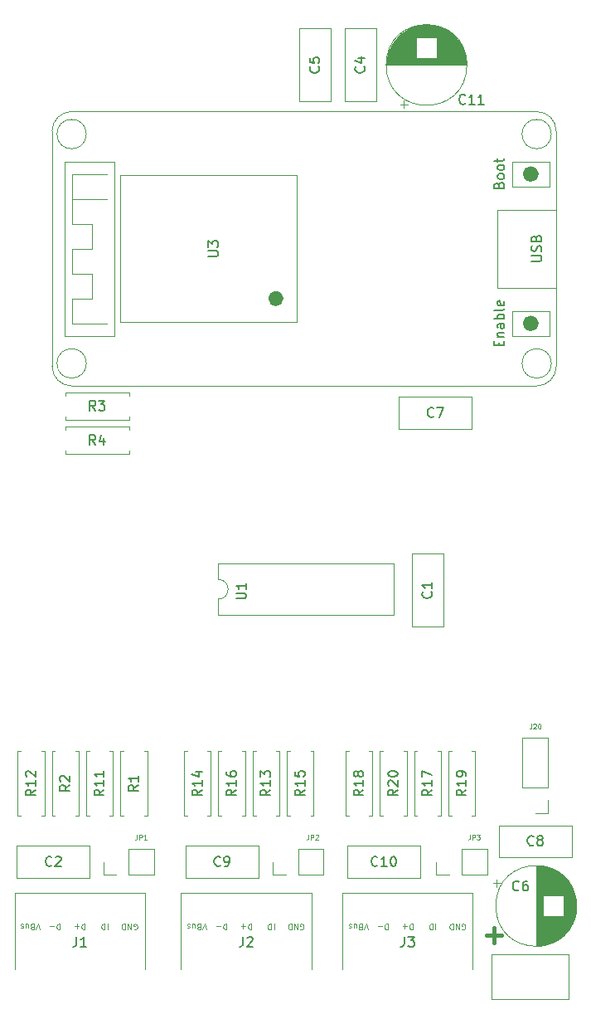
<source format=gbr>
%TF.GenerationSoftware,KiCad,Pcbnew,8.0.0*%
%TF.CreationDate,2024-03-07T23:13:00+02:00*%
%TF.ProjectId,touchdro-board,746f7563-6864-4726-9f2d-626f6172642e,rev?*%
%TF.SameCoordinates,Original*%
%TF.FileFunction,Legend,Top*%
%TF.FilePolarity,Positive*%
%FSLAX46Y46*%
G04 Gerber Fmt 4.6, Leading zero omitted, Abs format (unit mm)*
G04 Created by KiCad (PCBNEW 8.0.0) date 2024-03-07 23:13:00*
%MOMM*%
%LPD*%
G01*
G04 APERTURE LIST*
%ADD10C,0.400000*%
%ADD11C,0.150000*%
%ADD12C,0.087500*%
%ADD13C,0.125000*%
%ADD14C,0.120000*%
%ADD15C,0.800000*%
%ADD16C,1.000000*%
G04 APERTURE END LIST*
D10*
X159419347Y-147962533D02*
X160943157Y-147962533D01*
X160181252Y-148724438D02*
X160181252Y-147200628D01*
D11*
X146939580Y-59356666D02*
X146987200Y-59404285D01*
X146987200Y-59404285D02*
X147034819Y-59547142D01*
X147034819Y-59547142D02*
X147034819Y-59642380D01*
X147034819Y-59642380D02*
X146987200Y-59785237D01*
X146987200Y-59785237D02*
X146891961Y-59880475D01*
X146891961Y-59880475D02*
X146796723Y-59928094D01*
X146796723Y-59928094D02*
X146606247Y-59975713D01*
X146606247Y-59975713D02*
X146463390Y-59975713D01*
X146463390Y-59975713D02*
X146272914Y-59928094D01*
X146272914Y-59928094D02*
X146177676Y-59880475D01*
X146177676Y-59880475D02*
X146082438Y-59785237D01*
X146082438Y-59785237D02*
X146034819Y-59642380D01*
X146034819Y-59642380D02*
X146034819Y-59547142D01*
X146034819Y-59547142D02*
X146082438Y-59404285D01*
X146082438Y-59404285D02*
X146130057Y-59356666D01*
X146368152Y-58499523D02*
X147034819Y-58499523D01*
X145987200Y-58737618D02*
X146701485Y-58975713D01*
X146701485Y-58975713D02*
X146701485Y-58356666D01*
X162763333Y-143349580D02*
X162715714Y-143397200D01*
X162715714Y-143397200D02*
X162572857Y-143444819D01*
X162572857Y-143444819D02*
X162477619Y-143444819D01*
X162477619Y-143444819D02*
X162334762Y-143397200D01*
X162334762Y-143397200D02*
X162239524Y-143301961D01*
X162239524Y-143301961D02*
X162191905Y-143206723D01*
X162191905Y-143206723D02*
X162144286Y-143016247D01*
X162144286Y-143016247D02*
X162144286Y-142873390D01*
X162144286Y-142873390D02*
X162191905Y-142682914D01*
X162191905Y-142682914D02*
X162239524Y-142587676D01*
X162239524Y-142587676D02*
X162334762Y-142492438D01*
X162334762Y-142492438D02*
X162477619Y-142444819D01*
X162477619Y-142444819D02*
X162572857Y-142444819D01*
X162572857Y-142444819D02*
X162715714Y-142492438D01*
X162715714Y-142492438D02*
X162763333Y-142540057D01*
X163620476Y-142444819D02*
X163430000Y-142444819D01*
X163430000Y-142444819D02*
X163334762Y-142492438D01*
X163334762Y-142492438D02*
X163287143Y-142540057D01*
X163287143Y-142540057D02*
X163191905Y-142682914D01*
X163191905Y-142682914D02*
X163144286Y-142873390D01*
X163144286Y-142873390D02*
X163144286Y-143254342D01*
X163144286Y-143254342D02*
X163191905Y-143349580D01*
X163191905Y-143349580D02*
X163239524Y-143397200D01*
X163239524Y-143397200D02*
X163334762Y-143444819D01*
X163334762Y-143444819D02*
X163525238Y-143444819D01*
X163525238Y-143444819D02*
X163620476Y-143397200D01*
X163620476Y-143397200D02*
X163668095Y-143349580D01*
X163668095Y-143349580D02*
X163715714Y-143254342D01*
X163715714Y-143254342D02*
X163715714Y-143016247D01*
X163715714Y-143016247D02*
X163668095Y-142921009D01*
X163668095Y-142921009D02*
X163620476Y-142873390D01*
X163620476Y-142873390D02*
X163525238Y-142825771D01*
X163525238Y-142825771D02*
X163334762Y-142825771D01*
X163334762Y-142825771D02*
X163239524Y-142873390D01*
X163239524Y-142873390D02*
X163191905Y-142921009D01*
X163191905Y-142921009D02*
X163144286Y-143016247D01*
X137384819Y-133132857D02*
X136908628Y-133466190D01*
X137384819Y-133704285D02*
X136384819Y-133704285D01*
X136384819Y-133704285D02*
X136384819Y-133323333D01*
X136384819Y-133323333D02*
X136432438Y-133228095D01*
X136432438Y-133228095D02*
X136480057Y-133180476D01*
X136480057Y-133180476D02*
X136575295Y-133132857D01*
X136575295Y-133132857D02*
X136718152Y-133132857D01*
X136718152Y-133132857D02*
X136813390Y-133180476D01*
X136813390Y-133180476D02*
X136861009Y-133228095D01*
X136861009Y-133228095D02*
X136908628Y-133323333D01*
X136908628Y-133323333D02*
X136908628Y-133704285D01*
X137384819Y-132180476D02*
X137384819Y-132751904D01*
X137384819Y-132466190D02*
X136384819Y-132466190D01*
X136384819Y-132466190D02*
X136527676Y-132561428D01*
X136527676Y-132561428D02*
X136622914Y-132656666D01*
X136622914Y-132656666D02*
X136670533Y-132751904D01*
X136384819Y-131847142D02*
X136384819Y-131228095D01*
X136384819Y-131228095D02*
X136765771Y-131561428D01*
X136765771Y-131561428D02*
X136765771Y-131418571D01*
X136765771Y-131418571D02*
X136813390Y-131323333D01*
X136813390Y-131323333D02*
X136861009Y-131275714D01*
X136861009Y-131275714D02*
X136956247Y-131228095D01*
X136956247Y-131228095D02*
X137194342Y-131228095D01*
X137194342Y-131228095D02*
X137289580Y-131275714D01*
X137289580Y-131275714D02*
X137337200Y-131323333D01*
X137337200Y-131323333D02*
X137384819Y-131418571D01*
X137384819Y-131418571D02*
X137384819Y-131704285D01*
X137384819Y-131704285D02*
X137337200Y-131799523D01*
X137337200Y-131799523D02*
X137289580Y-131847142D01*
X142289580Y-59356666D02*
X142337200Y-59404285D01*
X142337200Y-59404285D02*
X142384819Y-59547142D01*
X142384819Y-59547142D02*
X142384819Y-59642380D01*
X142384819Y-59642380D02*
X142337200Y-59785237D01*
X142337200Y-59785237D02*
X142241961Y-59880475D01*
X142241961Y-59880475D02*
X142146723Y-59928094D01*
X142146723Y-59928094D02*
X141956247Y-59975713D01*
X141956247Y-59975713D02*
X141813390Y-59975713D01*
X141813390Y-59975713D02*
X141622914Y-59928094D01*
X141622914Y-59928094D02*
X141527676Y-59880475D01*
X141527676Y-59880475D02*
X141432438Y-59785237D01*
X141432438Y-59785237D02*
X141384819Y-59642380D01*
X141384819Y-59642380D02*
X141384819Y-59547142D01*
X141384819Y-59547142D02*
X141432438Y-59404285D01*
X141432438Y-59404285D02*
X141480057Y-59356666D01*
X141384819Y-58451904D02*
X141384819Y-58928094D01*
X141384819Y-58928094D02*
X141861009Y-58975713D01*
X141861009Y-58975713D02*
X141813390Y-58928094D01*
X141813390Y-58928094D02*
X141765771Y-58832856D01*
X141765771Y-58832856D02*
X141765771Y-58594761D01*
X141765771Y-58594761D02*
X141813390Y-58499523D01*
X141813390Y-58499523D02*
X141861009Y-58451904D01*
X141861009Y-58451904D02*
X141956247Y-58404285D01*
X141956247Y-58404285D02*
X142194342Y-58404285D01*
X142194342Y-58404285D02*
X142289580Y-58451904D01*
X142289580Y-58451904D02*
X142337200Y-58499523D01*
X142337200Y-58499523D02*
X142384819Y-58594761D01*
X142384819Y-58594761D02*
X142384819Y-58832856D01*
X142384819Y-58832856D02*
X142337200Y-58928094D01*
X142337200Y-58928094D02*
X142289580Y-58975713D01*
X116884819Y-132656666D02*
X116408628Y-132989999D01*
X116884819Y-133228094D02*
X115884819Y-133228094D01*
X115884819Y-133228094D02*
X115884819Y-132847142D01*
X115884819Y-132847142D02*
X115932438Y-132751904D01*
X115932438Y-132751904D02*
X115980057Y-132704285D01*
X115980057Y-132704285D02*
X116075295Y-132656666D01*
X116075295Y-132656666D02*
X116218152Y-132656666D01*
X116218152Y-132656666D02*
X116313390Y-132704285D01*
X116313390Y-132704285D02*
X116361009Y-132751904D01*
X116361009Y-132751904D02*
X116408628Y-132847142D01*
X116408628Y-132847142D02*
X116408628Y-133228094D01*
X115980057Y-132275713D02*
X115932438Y-132228094D01*
X115932438Y-132228094D02*
X115884819Y-132132856D01*
X115884819Y-132132856D02*
X115884819Y-131894761D01*
X115884819Y-131894761D02*
X115932438Y-131799523D01*
X115932438Y-131799523D02*
X115980057Y-131751904D01*
X115980057Y-131751904D02*
X116075295Y-131704285D01*
X116075295Y-131704285D02*
X116170533Y-131704285D01*
X116170533Y-131704285D02*
X116313390Y-131751904D01*
X116313390Y-131751904D02*
X116884819Y-132323332D01*
X116884819Y-132323332D02*
X116884819Y-131704285D01*
X113384819Y-133132857D02*
X112908628Y-133466190D01*
X113384819Y-133704285D02*
X112384819Y-133704285D01*
X112384819Y-133704285D02*
X112384819Y-133323333D01*
X112384819Y-133323333D02*
X112432438Y-133228095D01*
X112432438Y-133228095D02*
X112480057Y-133180476D01*
X112480057Y-133180476D02*
X112575295Y-133132857D01*
X112575295Y-133132857D02*
X112718152Y-133132857D01*
X112718152Y-133132857D02*
X112813390Y-133180476D01*
X112813390Y-133180476D02*
X112861009Y-133228095D01*
X112861009Y-133228095D02*
X112908628Y-133323333D01*
X112908628Y-133323333D02*
X112908628Y-133704285D01*
X113384819Y-132180476D02*
X113384819Y-132751904D01*
X113384819Y-132466190D02*
X112384819Y-132466190D01*
X112384819Y-132466190D02*
X112527676Y-132561428D01*
X112527676Y-132561428D02*
X112622914Y-132656666D01*
X112622914Y-132656666D02*
X112670533Y-132751904D01*
X112480057Y-131799523D02*
X112432438Y-131751904D01*
X112432438Y-131751904D02*
X112384819Y-131656666D01*
X112384819Y-131656666D02*
X112384819Y-131418571D01*
X112384819Y-131418571D02*
X112432438Y-131323333D01*
X112432438Y-131323333D02*
X112480057Y-131275714D01*
X112480057Y-131275714D02*
X112575295Y-131228095D01*
X112575295Y-131228095D02*
X112670533Y-131228095D01*
X112670533Y-131228095D02*
X112813390Y-131275714D01*
X112813390Y-131275714D02*
X113384819Y-131847142D01*
X113384819Y-131847142D02*
X113384819Y-131228095D01*
X153789580Y-112956666D02*
X153837200Y-113004285D01*
X153837200Y-113004285D02*
X153884819Y-113147142D01*
X153884819Y-113147142D02*
X153884819Y-113242380D01*
X153884819Y-113242380D02*
X153837200Y-113385237D01*
X153837200Y-113385237D02*
X153741961Y-113480475D01*
X153741961Y-113480475D02*
X153646723Y-113528094D01*
X153646723Y-113528094D02*
X153456247Y-113575713D01*
X153456247Y-113575713D02*
X153313390Y-113575713D01*
X153313390Y-113575713D02*
X153122914Y-113528094D01*
X153122914Y-113528094D02*
X153027676Y-113480475D01*
X153027676Y-113480475D02*
X152932438Y-113385237D01*
X152932438Y-113385237D02*
X152884819Y-113242380D01*
X152884819Y-113242380D02*
X152884819Y-113147142D01*
X152884819Y-113147142D02*
X152932438Y-113004285D01*
X152932438Y-113004285D02*
X152980057Y-112956666D01*
X153884819Y-112004285D02*
X153884819Y-112575713D01*
X153884819Y-112289999D02*
X152884819Y-112289999D01*
X152884819Y-112289999D02*
X153027676Y-112385237D01*
X153027676Y-112385237D02*
X153122914Y-112480475D01*
X153122914Y-112480475D02*
X153170533Y-112575713D01*
X115038333Y-140854580D02*
X114990714Y-140902200D01*
X114990714Y-140902200D02*
X114847857Y-140949819D01*
X114847857Y-140949819D02*
X114752619Y-140949819D01*
X114752619Y-140949819D02*
X114609762Y-140902200D01*
X114609762Y-140902200D02*
X114514524Y-140806961D01*
X114514524Y-140806961D02*
X114466905Y-140711723D01*
X114466905Y-140711723D02*
X114419286Y-140521247D01*
X114419286Y-140521247D02*
X114419286Y-140378390D01*
X114419286Y-140378390D02*
X114466905Y-140187914D01*
X114466905Y-140187914D02*
X114514524Y-140092676D01*
X114514524Y-140092676D02*
X114609762Y-139997438D01*
X114609762Y-139997438D02*
X114752619Y-139949819D01*
X114752619Y-139949819D02*
X114847857Y-139949819D01*
X114847857Y-139949819D02*
X114990714Y-139997438D01*
X114990714Y-139997438D02*
X115038333Y-140045057D01*
X115419286Y-140045057D02*
X115466905Y-139997438D01*
X115466905Y-139997438D02*
X115562143Y-139949819D01*
X115562143Y-139949819D02*
X115800238Y-139949819D01*
X115800238Y-139949819D02*
X115895476Y-139997438D01*
X115895476Y-139997438D02*
X115943095Y-140045057D01*
X115943095Y-140045057D02*
X115990714Y-140140295D01*
X115990714Y-140140295D02*
X115990714Y-140235533D01*
X115990714Y-140235533D02*
X115943095Y-140378390D01*
X115943095Y-140378390D02*
X115371667Y-140949819D01*
X115371667Y-140949819D02*
X115990714Y-140949819D01*
X117576666Y-148144819D02*
X117576666Y-148859104D01*
X117576666Y-148859104D02*
X117529047Y-149001961D01*
X117529047Y-149001961D02*
X117433809Y-149097200D01*
X117433809Y-149097200D02*
X117290952Y-149144819D01*
X117290952Y-149144819D02*
X117195714Y-149144819D01*
X118576666Y-149144819D02*
X118005238Y-149144819D01*
X118290952Y-149144819D02*
X118290952Y-148144819D01*
X118290952Y-148144819D02*
X118195714Y-148287676D01*
X118195714Y-148287676D02*
X118100476Y-148382914D01*
X118100476Y-148382914D02*
X118005238Y-148430533D01*
D12*
X120749999Y-146821978D02*
X120749999Y-147421978D01*
X120464285Y-146821978D02*
X120464285Y-147421978D01*
X120464285Y-147421978D02*
X120321428Y-147421978D01*
X120321428Y-147421978D02*
X120235714Y-147393407D01*
X120235714Y-147393407D02*
X120178571Y-147336264D01*
X120178571Y-147336264D02*
X120150000Y-147279121D01*
X120150000Y-147279121D02*
X120121428Y-147164835D01*
X120121428Y-147164835D02*
X120121428Y-147079121D01*
X120121428Y-147079121D02*
X120150000Y-146964835D01*
X120150000Y-146964835D02*
X120178571Y-146907692D01*
X120178571Y-146907692D02*
X120235714Y-146850550D01*
X120235714Y-146850550D02*
X120321428Y-146821978D01*
X120321428Y-146821978D02*
X120464285Y-146821978D01*
X123447142Y-147393407D02*
X123504285Y-147421978D01*
X123504285Y-147421978D02*
X123589999Y-147421978D01*
X123589999Y-147421978D02*
X123675713Y-147393407D01*
X123675713Y-147393407D02*
X123732856Y-147336264D01*
X123732856Y-147336264D02*
X123761427Y-147279121D01*
X123761427Y-147279121D02*
X123789999Y-147164835D01*
X123789999Y-147164835D02*
X123789999Y-147079121D01*
X123789999Y-147079121D02*
X123761427Y-146964835D01*
X123761427Y-146964835D02*
X123732856Y-146907692D01*
X123732856Y-146907692D02*
X123675713Y-146850550D01*
X123675713Y-146850550D02*
X123589999Y-146821978D01*
X123589999Y-146821978D02*
X123532856Y-146821978D01*
X123532856Y-146821978D02*
X123447142Y-146850550D01*
X123447142Y-146850550D02*
X123418570Y-146879121D01*
X123418570Y-146879121D02*
X123418570Y-147079121D01*
X123418570Y-147079121D02*
X123532856Y-147079121D01*
X123161427Y-146821978D02*
X123161427Y-147421978D01*
X123161427Y-147421978D02*
X122818570Y-146821978D01*
X122818570Y-146821978D02*
X122818570Y-147421978D01*
X122532856Y-146821978D02*
X122532856Y-147421978D01*
X122532856Y-147421978D02*
X122389999Y-147421978D01*
X122389999Y-147421978D02*
X122304285Y-147393407D01*
X122304285Y-147393407D02*
X122247142Y-147336264D01*
X122247142Y-147336264D02*
X122218571Y-147279121D01*
X122218571Y-147279121D02*
X122189999Y-147164835D01*
X122189999Y-147164835D02*
X122189999Y-147079121D01*
X122189999Y-147079121D02*
X122218571Y-146964835D01*
X122218571Y-146964835D02*
X122247142Y-146907692D01*
X122247142Y-146907692D02*
X122304285Y-146850550D01*
X122304285Y-146850550D02*
X122389999Y-146821978D01*
X122389999Y-146821978D02*
X122532856Y-146821978D01*
X113844285Y-147421978D02*
X113644285Y-146821978D01*
X113644285Y-146821978D02*
X113444285Y-147421978D01*
X113044284Y-147136264D02*
X112958570Y-147107692D01*
X112958570Y-147107692D02*
X112929999Y-147079121D01*
X112929999Y-147079121D02*
X112901427Y-147021978D01*
X112901427Y-147021978D02*
X112901427Y-146936264D01*
X112901427Y-146936264D02*
X112929999Y-146879121D01*
X112929999Y-146879121D02*
X112958570Y-146850550D01*
X112958570Y-146850550D02*
X113015713Y-146821978D01*
X113015713Y-146821978D02*
X113244284Y-146821978D01*
X113244284Y-146821978D02*
X113244284Y-147421978D01*
X113244284Y-147421978D02*
X113044284Y-147421978D01*
X113044284Y-147421978D02*
X112987142Y-147393407D01*
X112987142Y-147393407D02*
X112958570Y-147364835D01*
X112958570Y-147364835D02*
X112929999Y-147307692D01*
X112929999Y-147307692D02*
X112929999Y-147250550D01*
X112929999Y-147250550D02*
X112958570Y-147193407D01*
X112958570Y-147193407D02*
X112987142Y-147164835D01*
X112987142Y-147164835D02*
X113044284Y-147136264D01*
X113044284Y-147136264D02*
X113244284Y-147136264D01*
X112387142Y-147221978D02*
X112387142Y-146821978D01*
X112644284Y-147221978D02*
X112644284Y-146907692D01*
X112644284Y-146907692D02*
X112615713Y-146850550D01*
X112615713Y-146850550D02*
X112558570Y-146821978D01*
X112558570Y-146821978D02*
X112472856Y-146821978D01*
X112472856Y-146821978D02*
X112415713Y-146850550D01*
X112415713Y-146850550D02*
X112387142Y-146879121D01*
X112129999Y-146850550D02*
X112072856Y-146821978D01*
X112072856Y-146821978D02*
X111958570Y-146821978D01*
X111958570Y-146821978D02*
X111901427Y-146850550D01*
X111901427Y-146850550D02*
X111872856Y-146907692D01*
X111872856Y-146907692D02*
X111872856Y-146936264D01*
X111872856Y-146936264D02*
X111901427Y-146993407D01*
X111901427Y-146993407D02*
X111958570Y-147021978D01*
X111958570Y-147021978D02*
X112044285Y-147021978D01*
X112044285Y-147021978D02*
X112101427Y-147050550D01*
X112101427Y-147050550D02*
X112129999Y-147107692D01*
X112129999Y-147107692D02*
X112129999Y-147136264D01*
X112129999Y-147136264D02*
X112101427Y-147193407D01*
X112101427Y-147193407D02*
X112044285Y-147221978D01*
X112044285Y-147221978D02*
X111958570Y-147221978D01*
X111958570Y-147221978D02*
X111901427Y-147193407D01*
X118438570Y-146821978D02*
X118438570Y-147421978D01*
X118438570Y-147421978D02*
X118295713Y-147421978D01*
X118295713Y-147421978D02*
X118209999Y-147393407D01*
X118209999Y-147393407D02*
X118152856Y-147336264D01*
X118152856Y-147336264D02*
X118124285Y-147279121D01*
X118124285Y-147279121D02*
X118095713Y-147164835D01*
X118095713Y-147164835D02*
X118095713Y-147079121D01*
X118095713Y-147079121D02*
X118124285Y-146964835D01*
X118124285Y-146964835D02*
X118152856Y-146907692D01*
X118152856Y-146907692D02*
X118209999Y-146850550D01*
X118209999Y-146850550D02*
X118295713Y-146821978D01*
X118295713Y-146821978D02*
X118438570Y-146821978D01*
X117838570Y-147050550D02*
X117381428Y-147050550D01*
X117609999Y-146821978D02*
X117609999Y-147279121D01*
X115898570Y-146821978D02*
X115898570Y-147421978D01*
X115898570Y-147421978D02*
X115755713Y-147421978D01*
X115755713Y-147421978D02*
X115669999Y-147393407D01*
X115669999Y-147393407D02*
X115612856Y-147336264D01*
X115612856Y-147336264D02*
X115584285Y-147279121D01*
X115584285Y-147279121D02*
X115555713Y-147164835D01*
X115555713Y-147164835D02*
X115555713Y-147079121D01*
X115555713Y-147079121D02*
X115584285Y-146964835D01*
X115584285Y-146964835D02*
X115612856Y-146907692D01*
X115612856Y-146907692D02*
X115669999Y-146850550D01*
X115669999Y-146850550D02*
X115755713Y-146821978D01*
X115755713Y-146821978D02*
X115898570Y-146821978D01*
X115298570Y-147050550D02*
X114841428Y-147050550D01*
D11*
X132263333Y-140844580D02*
X132215714Y-140892200D01*
X132215714Y-140892200D02*
X132072857Y-140939819D01*
X132072857Y-140939819D02*
X131977619Y-140939819D01*
X131977619Y-140939819D02*
X131834762Y-140892200D01*
X131834762Y-140892200D02*
X131739524Y-140796961D01*
X131739524Y-140796961D02*
X131691905Y-140701723D01*
X131691905Y-140701723D02*
X131644286Y-140511247D01*
X131644286Y-140511247D02*
X131644286Y-140368390D01*
X131644286Y-140368390D02*
X131691905Y-140177914D01*
X131691905Y-140177914D02*
X131739524Y-140082676D01*
X131739524Y-140082676D02*
X131834762Y-139987438D01*
X131834762Y-139987438D02*
X131977619Y-139939819D01*
X131977619Y-139939819D02*
X132072857Y-139939819D01*
X132072857Y-139939819D02*
X132215714Y-139987438D01*
X132215714Y-139987438D02*
X132263333Y-140035057D01*
X132739524Y-140939819D02*
X132930000Y-140939819D01*
X132930000Y-140939819D02*
X133025238Y-140892200D01*
X133025238Y-140892200D02*
X133072857Y-140844580D01*
X133072857Y-140844580D02*
X133168095Y-140701723D01*
X133168095Y-140701723D02*
X133215714Y-140511247D01*
X133215714Y-140511247D02*
X133215714Y-140130295D01*
X133215714Y-140130295D02*
X133168095Y-140035057D01*
X133168095Y-140035057D02*
X133120476Y-139987438D01*
X133120476Y-139987438D02*
X133025238Y-139939819D01*
X133025238Y-139939819D02*
X132834762Y-139939819D01*
X132834762Y-139939819D02*
X132739524Y-139987438D01*
X132739524Y-139987438D02*
X132691905Y-140035057D01*
X132691905Y-140035057D02*
X132644286Y-140130295D01*
X132644286Y-140130295D02*
X132644286Y-140368390D01*
X132644286Y-140368390D02*
X132691905Y-140463628D01*
X132691905Y-140463628D02*
X132739524Y-140511247D01*
X132739524Y-140511247D02*
X132834762Y-140558866D01*
X132834762Y-140558866D02*
X133025238Y-140558866D01*
X133025238Y-140558866D02*
X133120476Y-140511247D01*
X133120476Y-140511247D02*
X133168095Y-140463628D01*
X133168095Y-140463628D02*
X133215714Y-140368390D01*
D13*
X164025238Y-126429809D02*
X164025238Y-126786952D01*
X164025238Y-126786952D02*
X164001429Y-126858380D01*
X164001429Y-126858380D02*
X163953810Y-126906000D01*
X163953810Y-126906000D02*
X163882381Y-126929809D01*
X163882381Y-126929809D02*
X163834762Y-126929809D01*
X164239524Y-126477428D02*
X164263333Y-126453619D01*
X164263333Y-126453619D02*
X164310952Y-126429809D01*
X164310952Y-126429809D02*
X164430000Y-126429809D01*
X164430000Y-126429809D02*
X164477619Y-126453619D01*
X164477619Y-126453619D02*
X164501428Y-126477428D01*
X164501428Y-126477428D02*
X164525238Y-126525047D01*
X164525238Y-126525047D02*
X164525238Y-126572666D01*
X164525238Y-126572666D02*
X164501428Y-126644095D01*
X164501428Y-126644095D02*
X164215714Y-126929809D01*
X164215714Y-126929809D02*
X164525238Y-126929809D01*
X164834761Y-126429809D02*
X164882380Y-126429809D01*
X164882380Y-126429809D02*
X164929999Y-126453619D01*
X164929999Y-126453619D02*
X164953809Y-126477428D01*
X164953809Y-126477428D02*
X164977618Y-126525047D01*
X164977618Y-126525047D02*
X165001428Y-126620285D01*
X165001428Y-126620285D02*
X165001428Y-126739333D01*
X165001428Y-126739333D02*
X164977618Y-126834571D01*
X164977618Y-126834571D02*
X164953809Y-126882190D01*
X164953809Y-126882190D02*
X164929999Y-126906000D01*
X164929999Y-126906000D02*
X164882380Y-126929809D01*
X164882380Y-126929809D02*
X164834761Y-126929809D01*
X164834761Y-126929809D02*
X164787142Y-126906000D01*
X164787142Y-126906000D02*
X164763333Y-126882190D01*
X164763333Y-126882190D02*
X164739523Y-126834571D01*
X164739523Y-126834571D02*
X164715714Y-126739333D01*
X164715714Y-126739333D02*
X164715714Y-126620285D01*
X164715714Y-126620285D02*
X164739523Y-126525047D01*
X164739523Y-126525047D02*
X164763333Y-126477428D01*
X164763333Y-126477428D02*
X164787142Y-126453619D01*
X164787142Y-126453619D02*
X164834761Y-126429809D01*
D11*
X133884819Y-113631904D02*
X134694342Y-113631904D01*
X134694342Y-113631904D02*
X134789580Y-113584285D01*
X134789580Y-113584285D02*
X134837200Y-113536666D01*
X134837200Y-113536666D02*
X134884819Y-113441428D01*
X134884819Y-113441428D02*
X134884819Y-113250952D01*
X134884819Y-113250952D02*
X134837200Y-113155714D01*
X134837200Y-113155714D02*
X134789580Y-113108095D01*
X134789580Y-113108095D02*
X134694342Y-113060476D01*
X134694342Y-113060476D02*
X133884819Y-113060476D01*
X134884819Y-112060476D02*
X134884819Y-112631904D01*
X134884819Y-112346190D02*
X133884819Y-112346190D01*
X133884819Y-112346190D02*
X134027676Y-112441428D01*
X134027676Y-112441428D02*
X134122914Y-112536666D01*
X134122914Y-112536666D02*
X134170533Y-112631904D01*
X154063333Y-95049580D02*
X154015714Y-95097200D01*
X154015714Y-95097200D02*
X153872857Y-95144819D01*
X153872857Y-95144819D02*
X153777619Y-95144819D01*
X153777619Y-95144819D02*
X153634762Y-95097200D01*
X153634762Y-95097200D02*
X153539524Y-95001961D01*
X153539524Y-95001961D02*
X153491905Y-94906723D01*
X153491905Y-94906723D02*
X153444286Y-94716247D01*
X153444286Y-94716247D02*
X153444286Y-94573390D01*
X153444286Y-94573390D02*
X153491905Y-94382914D01*
X153491905Y-94382914D02*
X153539524Y-94287676D01*
X153539524Y-94287676D02*
X153634762Y-94192438D01*
X153634762Y-94192438D02*
X153777619Y-94144819D01*
X153777619Y-94144819D02*
X153872857Y-94144819D01*
X153872857Y-94144819D02*
X154015714Y-94192438D01*
X154015714Y-94192438D02*
X154063333Y-94240057D01*
X154396667Y-94144819D02*
X155063333Y-94144819D01*
X155063333Y-94144819D02*
X154634762Y-95144819D01*
X148307142Y-140844580D02*
X148259523Y-140892200D01*
X148259523Y-140892200D02*
X148116666Y-140939819D01*
X148116666Y-140939819D02*
X148021428Y-140939819D01*
X148021428Y-140939819D02*
X147878571Y-140892200D01*
X147878571Y-140892200D02*
X147783333Y-140796961D01*
X147783333Y-140796961D02*
X147735714Y-140701723D01*
X147735714Y-140701723D02*
X147688095Y-140511247D01*
X147688095Y-140511247D02*
X147688095Y-140368390D01*
X147688095Y-140368390D02*
X147735714Y-140177914D01*
X147735714Y-140177914D02*
X147783333Y-140082676D01*
X147783333Y-140082676D02*
X147878571Y-139987438D01*
X147878571Y-139987438D02*
X148021428Y-139939819D01*
X148021428Y-139939819D02*
X148116666Y-139939819D01*
X148116666Y-139939819D02*
X148259523Y-139987438D01*
X148259523Y-139987438D02*
X148307142Y-140035057D01*
X149259523Y-140939819D02*
X148688095Y-140939819D01*
X148973809Y-140939819D02*
X148973809Y-139939819D01*
X148973809Y-139939819D02*
X148878571Y-140082676D01*
X148878571Y-140082676D02*
X148783333Y-140177914D01*
X148783333Y-140177914D02*
X148688095Y-140225533D01*
X149878571Y-139939819D02*
X149973809Y-139939819D01*
X149973809Y-139939819D02*
X150069047Y-139987438D01*
X150069047Y-139987438D02*
X150116666Y-140035057D01*
X150116666Y-140035057D02*
X150164285Y-140130295D01*
X150164285Y-140130295D02*
X150211904Y-140320771D01*
X150211904Y-140320771D02*
X150211904Y-140558866D01*
X150211904Y-140558866D02*
X150164285Y-140749342D01*
X150164285Y-140749342D02*
X150116666Y-140844580D01*
X150116666Y-140844580D02*
X150069047Y-140892200D01*
X150069047Y-140892200D02*
X149973809Y-140939819D01*
X149973809Y-140939819D02*
X149878571Y-140939819D01*
X149878571Y-140939819D02*
X149783333Y-140892200D01*
X149783333Y-140892200D02*
X149735714Y-140844580D01*
X149735714Y-140844580D02*
X149688095Y-140749342D01*
X149688095Y-140749342D02*
X149640476Y-140558866D01*
X149640476Y-140558866D02*
X149640476Y-140320771D01*
X149640476Y-140320771D02*
X149688095Y-140130295D01*
X149688095Y-140130295D02*
X149735714Y-140035057D01*
X149735714Y-140035057D02*
X149783333Y-139987438D01*
X149783333Y-139987438D02*
X149878571Y-139939819D01*
X153884819Y-133132857D02*
X153408628Y-133466190D01*
X153884819Y-133704285D02*
X152884819Y-133704285D01*
X152884819Y-133704285D02*
X152884819Y-133323333D01*
X152884819Y-133323333D02*
X152932438Y-133228095D01*
X152932438Y-133228095D02*
X152980057Y-133180476D01*
X152980057Y-133180476D02*
X153075295Y-133132857D01*
X153075295Y-133132857D02*
X153218152Y-133132857D01*
X153218152Y-133132857D02*
X153313390Y-133180476D01*
X153313390Y-133180476D02*
X153361009Y-133228095D01*
X153361009Y-133228095D02*
X153408628Y-133323333D01*
X153408628Y-133323333D02*
X153408628Y-133704285D01*
X153884819Y-132180476D02*
X153884819Y-132751904D01*
X153884819Y-132466190D02*
X152884819Y-132466190D01*
X152884819Y-132466190D02*
X153027676Y-132561428D01*
X153027676Y-132561428D02*
X153122914Y-132656666D01*
X153122914Y-132656666D02*
X153170533Y-132751904D01*
X152884819Y-131847142D02*
X152884819Y-131180476D01*
X152884819Y-131180476D02*
X153884819Y-131609047D01*
X157384819Y-133132857D02*
X156908628Y-133466190D01*
X157384819Y-133704285D02*
X156384819Y-133704285D01*
X156384819Y-133704285D02*
X156384819Y-133323333D01*
X156384819Y-133323333D02*
X156432438Y-133228095D01*
X156432438Y-133228095D02*
X156480057Y-133180476D01*
X156480057Y-133180476D02*
X156575295Y-133132857D01*
X156575295Y-133132857D02*
X156718152Y-133132857D01*
X156718152Y-133132857D02*
X156813390Y-133180476D01*
X156813390Y-133180476D02*
X156861009Y-133228095D01*
X156861009Y-133228095D02*
X156908628Y-133323333D01*
X156908628Y-133323333D02*
X156908628Y-133704285D01*
X157384819Y-132180476D02*
X157384819Y-132751904D01*
X157384819Y-132466190D02*
X156384819Y-132466190D01*
X156384819Y-132466190D02*
X156527676Y-132561428D01*
X156527676Y-132561428D02*
X156622914Y-132656666D01*
X156622914Y-132656666D02*
X156670533Y-132751904D01*
X157384819Y-131704285D02*
X157384819Y-131513809D01*
X157384819Y-131513809D02*
X157337200Y-131418571D01*
X157337200Y-131418571D02*
X157289580Y-131370952D01*
X157289580Y-131370952D02*
X157146723Y-131275714D01*
X157146723Y-131275714D02*
X156956247Y-131228095D01*
X156956247Y-131228095D02*
X156575295Y-131228095D01*
X156575295Y-131228095D02*
X156480057Y-131275714D01*
X156480057Y-131275714D02*
X156432438Y-131323333D01*
X156432438Y-131323333D02*
X156384819Y-131418571D01*
X156384819Y-131418571D02*
X156384819Y-131609047D01*
X156384819Y-131609047D02*
X156432438Y-131704285D01*
X156432438Y-131704285D02*
X156480057Y-131751904D01*
X156480057Y-131751904D02*
X156575295Y-131799523D01*
X156575295Y-131799523D02*
X156813390Y-131799523D01*
X156813390Y-131799523D02*
X156908628Y-131751904D01*
X156908628Y-131751904D02*
X156956247Y-131704285D01*
X156956247Y-131704285D02*
X157003866Y-131609047D01*
X157003866Y-131609047D02*
X157003866Y-131418571D01*
X157003866Y-131418571D02*
X156956247Y-131323333D01*
X156956247Y-131323333D02*
X156908628Y-131275714D01*
X156908628Y-131275714D02*
X156813390Y-131228095D01*
D13*
X123763333Y-137714809D02*
X123763333Y-138071952D01*
X123763333Y-138071952D02*
X123739524Y-138143380D01*
X123739524Y-138143380D02*
X123691905Y-138191000D01*
X123691905Y-138191000D02*
X123620476Y-138214809D01*
X123620476Y-138214809D02*
X123572857Y-138214809D01*
X124001428Y-138214809D02*
X124001428Y-137714809D01*
X124001428Y-137714809D02*
X124191904Y-137714809D01*
X124191904Y-137714809D02*
X124239523Y-137738619D01*
X124239523Y-137738619D02*
X124263333Y-137762428D01*
X124263333Y-137762428D02*
X124287142Y-137810047D01*
X124287142Y-137810047D02*
X124287142Y-137881476D01*
X124287142Y-137881476D02*
X124263333Y-137929095D01*
X124263333Y-137929095D02*
X124239523Y-137952904D01*
X124239523Y-137952904D02*
X124191904Y-137976714D01*
X124191904Y-137976714D02*
X124001428Y-137976714D01*
X124763333Y-138214809D02*
X124477619Y-138214809D01*
X124620476Y-138214809D02*
X124620476Y-137714809D01*
X124620476Y-137714809D02*
X124572857Y-137786238D01*
X124572857Y-137786238D02*
X124525238Y-137833857D01*
X124525238Y-137833857D02*
X124477619Y-137857666D01*
D11*
X123884819Y-132656666D02*
X123408628Y-132989999D01*
X123884819Y-133228094D02*
X122884819Y-133228094D01*
X122884819Y-133228094D02*
X122884819Y-132847142D01*
X122884819Y-132847142D02*
X122932438Y-132751904D01*
X122932438Y-132751904D02*
X122980057Y-132704285D01*
X122980057Y-132704285D02*
X123075295Y-132656666D01*
X123075295Y-132656666D02*
X123218152Y-132656666D01*
X123218152Y-132656666D02*
X123313390Y-132704285D01*
X123313390Y-132704285D02*
X123361009Y-132751904D01*
X123361009Y-132751904D02*
X123408628Y-132847142D01*
X123408628Y-132847142D02*
X123408628Y-133228094D01*
X123884819Y-131704285D02*
X123884819Y-132275713D01*
X123884819Y-131989999D02*
X122884819Y-131989999D01*
X122884819Y-131989999D02*
X123027676Y-132085237D01*
X123027676Y-132085237D02*
X123122914Y-132180475D01*
X123122914Y-132180475D02*
X123170533Y-132275713D01*
X131044819Y-78701904D02*
X131854342Y-78701904D01*
X131854342Y-78701904D02*
X131949580Y-78654285D01*
X131949580Y-78654285D02*
X131997200Y-78606666D01*
X131997200Y-78606666D02*
X132044819Y-78511428D01*
X132044819Y-78511428D02*
X132044819Y-78320952D01*
X132044819Y-78320952D02*
X131997200Y-78225714D01*
X131997200Y-78225714D02*
X131949580Y-78178095D01*
X131949580Y-78178095D02*
X131854342Y-78130476D01*
X131854342Y-78130476D02*
X131044819Y-78130476D01*
X131044819Y-77749523D02*
X131044819Y-77130476D01*
X131044819Y-77130476D02*
X131425771Y-77463809D01*
X131425771Y-77463809D02*
X131425771Y-77320952D01*
X131425771Y-77320952D02*
X131473390Y-77225714D01*
X131473390Y-77225714D02*
X131521009Y-77178095D01*
X131521009Y-77178095D02*
X131616247Y-77130476D01*
X131616247Y-77130476D02*
X131854342Y-77130476D01*
X131854342Y-77130476D02*
X131949580Y-77178095D01*
X131949580Y-77178095D02*
X131997200Y-77225714D01*
X131997200Y-77225714D02*
X132044819Y-77320952D01*
X132044819Y-77320952D02*
X132044819Y-77606666D01*
X132044819Y-77606666D02*
X131997200Y-77701904D01*
X131997200Y-77701904D02*
X131949580Y-77749523D01*
X160731009Y-71439047D02*
X160778628Y-71296190D01*
X160778628Y-71296190D02*
X160826247Y-71248571D01*
X160826247Y-71248571D02*
X160921485Y-71200952D01*
X160921485Y-71200952D02*
X161064342Y-71200952D01*
X161064342Y-71200952D02*
X161159580Y-71248571D01*
X161159580Y-71248571D02*
X161207200Y-71296190D01*
X161207200Y-71296190D02*
X161254819Y-71391428D01*
X161254819Y-71391428D02*
X161254819Y-71772380D01*
X161254819Y-71772380D02*
X160254819Y-71772380D01*
X160254819Y-71772380D02*
X160254819Y-71439047D01*
X160254819Y-71439047D02*
X160302438Y-71343809D01*
X160302438Y-71343809D02*
X160350057Y-71296190D01*
X160350057Y-71296190D02*
X160445295Y-71248571D01*
X160445295Y-71248571D02*
X160540533Y-71248571D01*
X160540533Y-71248571D02*
X160635771Y-71296190D01*
X160635771Y-71296190D02*
X160683390Y-71343809D01*
X160683390Y-71343809D02*
X160731009Y-71439047D01*
X160731009Y-71439047D02*
X160731009Y-71772380D01*
X161254819Y-70629523D02*
X161207200Y-70724761D01*
X161207200Y-70724761D02*
X161159580Y-70772380D01*
X161159580Y-70772380D02*
X161064342Y-70819999D01*
X161064342Y-70819999D02*
X160778628Y-70819999D01*
X160778628Y-70819999D02*
X160683390Y-70772380D01*
X160683390Y-70772380D02*
X160635771Y-70724761D01*
X160635771Y-70724761D02*
X160588152Y-70629523D01*
X160588152Y-70629523D02*
X160588152Y-70486666D01*
X160588152Y-70486666D02*
X160635771Y-70391428D01*
X160635771Y-70391428D02*
X160683390Y-70343809D01*
X160683390Y-70343809D02*
X160778628Y-70296190D01*
X160778628Y-70296190D02*
X161064342Y-70296190D01*
X161064342Y-70296190D02*
X161159580Y-70343809D01*
X161159580Y-70343809D02*
X161207200Y-70391428D01*
X161207200Y-70391428D02*
X161254819Y-70486666D01*
X161254819Y-70486666D02*
X161254819Y-70629523D01*
X161254819Y-69724761D02*
X161207200Y-69819999D01*
X161207200Y-69819999D02*
X161159580Y-69867618D01*
X161159580Y-69867618D02*
X161064342Y-69915237D01*
X161064342Y-69915237D02*
X160778628Y-69915237D01*
X160778628Y-69915237D02*
X160683390Y-69867618D01*
X160683390Y-69867618D02*
X160635771Y-69819999D01*
X160635771Y-69819999D02*
X160588152Y-69724761D01*
X160588152Y-69724761D02*
X160588152Y-69581904D01*
X160588152Y-69581904D02*
X160635771Y-69486666D01*
X160635771Y-69486666D02*
X160683390Y-69439047D01*
X160683390Y-69439047D02*
X160778628Y-69391428D01*
X160778628Y-69391428D02*
X161064342Y-69391428D01*
X161064342Y-69391428D02*
X161159580Y-69439047D01*
X161159580Y-69439047D02*
X161207200Y-69486666D01*
X161207200Y-69486666D02*
X161254819Y-69581904D01*
X161254819Y-69581904D02*
X161254819Y-69724761D01*
X160588152Y-69105713D02*
X160588152Y-68724761D01*
X160254819Y-68962856D02*
X161111961Y-68962856D01*
X161111961Y-68962856D02*
X161207200Y-68915237D01*
X161207200Y-68915237D02*
X161254819Y-68819999D01*
X161254819Y-68819999D02*
X161254819Y-68724761D01*
X164064819Y-79201904D02*
X164874342Y-79201904D01*
X164874342Y-79201904D02*
X164969580Y-79154285D01*
X164969580Y-79154285D02*
X165017200Y-79106666D01*
X165017200Y-79106666D02*
X165064819Y-79011428D01*
X165064819Y-79011428D02*
X165064819Y-78820952D01*
X165064819Y-78820952D02*
X165017200Y-78725714D01*
X165017200Y-78725714D02*
X164969580Y-78678095D01*
X164969580Y-78678095D02*
X164874342Y-78630476D01*
X164874342Y-78630476D02*
X164064819Y-78630476D01*
X165017200Y-78201904D02*
X165064819Y-78059047D01*
X165064819Y-78059047D02*
X165064819Y-77820952D01*
X165064819Y-77820952D02*
X165017200Y-77725714D01*
X165017200Y-77725714D02*
X164969580Y-77678095D01*
X164969580Y-77678095D02*
X164874342Y-77630476D01*
X164874342Y-77630476D02*
X164779104Y-77630476D01*
X164779104Y-77630476D02*
X164683866Y-77678095D01*
X164683866Y-77678095D02*
X164636247Y-77725714D01*
X164636247Y-77725714D02*
X164588628Y-77820952D01*
X164588628Y-77820952D02*
X164541009Y-78011428D01*
X164541009Y-78011428D02*
X164493390Y-78106666D01*
X164493390Y-78106666D02*
X164445771Y-78154285D01*
X164445771Y-78154285D02*
X164350533Y-78201904D01*
X164350533Y-78201904D02*
X164255295Y-78201904D01*
X164255295Y-78201904D02*
X164160057Y-78154285D01*
X164160057Y-78154285D02*
X164112438Y-78106666D01*
X164112438Y-78106666D02*
X164064819Y-78011428D01*
X164064819Y-78011428D02*
X164064819Y-77773333D01*
X164064819Y-77773333D02*
X164112438Y-77630476D01*
X164541009Y-76868571D02*
X164588628Y-76725714D01*
X164588628Y-76725714D02*
X164636247Y-76678095D01*
X164636247Y-76678095D02*
X164731485Y-76630476D01*
X164731485Y-76630476D02*
X164874342Y-76630476D01*
X164874342Y-76630476D02*
X164969580Y-76678095D01*
X164969580Y-76678095D02*
X165017200Y-76725714D01*
X165017200Y-76725714D02*
X165064819Y-76820952D01*
X165064819Y-76820952D02*
X165064819Y-77201904D01*
X165064819Y-77201904D02*
X164064819Y-77201904D01*
X164064819Y-77201904D02*
X164064819Y-76868571D01*
X164064819Y-76868571D02*
X164112438Y-76773333D01*
X164112438Y-76773333D02*
X164160057Y-76725714D01*
X164160057Y-76725714D02*
X164255295Y-76678095D01*
X164255295Y-76678095D02*
X164350533Y-76678095D01*
X164350533Y-76678095D02*
X164445771Y-76725714D01*
X164445771Y-76725714D02*
X164493390Y-76773333D01*
X164493390Y-76773333D02*
X164541009Y-76868571D01*
X164541009Y-76868571D02*
X164541009Y-77201904D01*
X160731009Y-87821904D02*
X160731009Y-87488571D01*
X161254819Y-87345714D02*
X161254819Y-87821904D01*
X161254819Y-87821904D02*
X160254819Y-87821904D01*
X160254819Y-87821904D02*
X160254819Y-87345714D01*
X160588152Y-86917142D02*
X161254819Y-86917142D01*
X160683390Y-86917142D02*
X160635771Y-86869523D01*
X160635771Y-86869523D02*
X160588152Y-86774285D01*
X160588152Y-86774285D02*
X160588152Y-86631428D01*
X160588152Y-86631428D02*
X160635771Y-86536190D01*
X160635771Y-86536190D02*
X160731009Y-86488571D01*
X160731009Y-86488571D02*
X161254819Y-86488571D01*
X161254819Y-85583809D02*
X160731009Y-85583809D01*
X160731009Y-85583809D02*
X160635771Y-85631428D01*
X160635771Y-85631428D02*
X160588152Y-85726666D01*
X160588152Y-85726666D02*
X160588152Y-85917142D01*
X160588152Y-85917142D02*
X160635771Y-86012380D01*
X161207200Y-85583809D02*
X161254819Y-85679047D01*
X161254819Y-85679047D02*
X161254819Y-85917142D01*
X161254819Y-85917142D02*
X161207200Y-86012380D01*
X161207200Y-86012380D02*
X161111961Y-86059999D01*
X161111961Y-86059999D02*
X161016723Y-86059999D01*
X161016723Y-86059999D02*
X160921485Y-86012380D01*
X160921485Y-86012380D02*
X160873866Y-85917142D01*
X160873866Y-85917142D02*
X160873866Y-85679047D01*
X160873866Y-85679047D02*
X160826247Y-85583809D01*
X161254819Y-85107618D02*
X160254819Y-85107618D01*
X160635771Y-85107618D02*
X160588152Y-85012380D01*
X160588152Y-85012380D02*
X160588152Y-84821904D01*
X160588152Y-84821904D02*
X160635771Y-84726666D01*
X160635771Y-84726666D02*
X160683390Y-84679047D01*
X160683390Y-84679047D02*
X160778628Y-84631428D01*
X160778628Y-84631428D02*
X161064342Y-84631428D01*
X161064342Y-84631428D02*
X161159580Y-84679047D01*
X161159580Y-84679047D02*
X161207200Y-84726666D01*
X161207200Y-84726666D02*
X161254819Y-84821904D01*
X161254819Y-84821904D02*
X161254819Y-85012380D01*
X161254819Y-85012380D02*
X161207200Y-85107618D01*
X161254819Y-84059999D02*
X161207200Y-84155237D01*
X161207200Y-84155237D02*
X161111961Y-84202856D01*
X161111961Y-84202856D02*
X160254819Y-84202856D01*
X161207200Y-83298094D02*
X161254819Y-83393332D01*
X161254819Y-83393332D02*
X161254819Y-83583808D01*
X161254819Y-83583808D02*
X161207200Y-83679046D01*
X161207200Y-83679046D02*
X161111961Y-83726665D01*
X161111961Y-83726665D02*
X160731009Y-83726665D01*
X160731009Y-83726665D02*
X160635771Y-83679046D01*
X160635771Y-83679046D02*
X160588152Y-83583808D01*
X160588152Y-83583808D02*
X160588152Y-83393332D01*
X160588152Y-83393332D02*
X160635771Y-83298094D01*
X160635771Y-83298094D02*
X160731009Y-83250475D01*
X160731009Y-83250475D02*
X160826247Y-83250475D01*
X160826247Y-83250475D02*
X160921485Y-83726665D01*
X120384819Y-133132857D02*
X119908628Y-133466190D01*
X120384819Y-133704285D02*
X119384819Y-133704285D01*
X119384819Y-133704285D02*
X119384819Y-133323333D01*
X119384819Y-133323333D02*
X119432438Y-133228095D01*
X119432438Y-133228095D02*
X119480057Y-133180476D01*
X119480057Y-133180476D02*
X119575295Y-133132857D01*
X119575295Y-133132857D02*
X119718152Y-133132857D01*
X119718152Y-133132857D02*
X119813390Y-133180476D01*
X119813390Y-133180476D02*
X119861009Y-133228095D01*
X119861009Y-133228095D02*
X119908628Y-133323333D01*
X119908628Y-133323333D02*
X119908628Y-133704285D01*
X120384819Y-132180476D02*
X120384819Y-132751904D01*
X120384819Y-132466190D02*
X119384819Y-132466190D01*
X119384819Y-132466190D02*
X119527676Y-132561428D01*
X119527676Y-132561428D02*
X119622914Y-132656666D01*
X119622914Y-132656666D02*
X119670533Y-132751904D01*
X120384819Y-131228095D02*
X120384819Y-131799523D01*
X120384819Y-131513809D02*
X119384819Y-131513809D01*
X119384819Y-131513809D02*
X119527676Y-131609047D01*
X119527676Y-131609047D02*
X119622914Y-131704285D01*
X119622914Y-131704285D02*
X119670533Y-131799523D01*
X146884819Y-133132857D02*
X146408628Y-133466190D01*
X146884819Y-133704285D02*
X145884819Y-133704285D01*
X145884819Y-133704285D02*
X145884819Y-133323333D01*
X145884819Y-133323333D02*
X145932438Y-133228095D01*
X145932438Y-133228095D02*
X145980057Y-133180476D01*
X145980057Y-133180476D02*
X146075295Y-133132857D01*
X146075295Y-133132857D02*
X146218152Y-133132857D01*
X146218152Y-133132857D02*
X146313390Y-133180476D01*
X146313390Y-133180476D02*
X146361009Y-133228095D01*
X146361009Y-133228095D02*
X146408628Y-133323333D01*
X146408628Y-133323333D02*
X146408628Y-133704285D01*
X146884819Y-132180476D02*
X146884819Y-132751904D01*
X146884819Y-132466190D02*
X145884819Y-132466190D01*
X145884819Y-132466190D02*
X146027676Y-132561428D01*
X146027676Y-132561428D02*
X146122914Y-132656666D01*
X146122914Y-132656666D02*
X146170533Y-132751904D01*
X146313390Y-131609047D02*
X146265771Y-131704285D01*
X146265771Y-131704285D02*
X146218152Y-131751904D01*
X146218152Y-131751904D02*
X146122914Y-131799523D01*
X146122914Y-131799523D02*
X146075295Y-131799523D01*
X146075295Y-131799523D02*
X145980057Y-131751904D01*
X145980057Y-131751904D02*
X145932438Y-131704285D01*
X145932438Y-131704285D02*
X145884819Y-131609047D01*
X145884819Y-131609047D02*
X145884819Y-131418571D01*
X145884819Y-131418571D02*
X145932438Y-131323333D01*
X145932438Y-131323333D02*
X145980057Y-131275714D01*
X145980057Y-131275714D02*
X146075295Y-131228095D01*
X146075295Y-131228095D02*
X146122914Y-131228095D01*
X146122914Y-131228095D02*
X146218152Y-131275714D01*
X146218152Y-131275714D02*
X146265771Y-131323333D01*
X146265771Y-131323333D02*
X146313390Y-131418571D01*
X146313390Y-131418571D02*
X146313390Y-131609047D01*
X146313390Y-131609047D02*
X146361009Y-131704285D01*
X146361009Y-131704285D02*
X146408628Y-131751904D01*
X146408628Y-131751904D02*
X146503866Y-131799523D01*
X146503866Y-131799523D02*
X146694342Y-131799523D01*
X146694342Y-131799523D02*
X146789580Y-131751904D01*
X146789580Y-131751904D02*
X146837200Y-131704285D01*
X146837200Y-131704285D02*
X146884819Y-131609047D01*
X146884819Y-131609047D02*
X146884819Y-131418571D01*
X146884819Y-131418571D02*
X146837200Y-131323333D01*
X146837200Y-131323333D02*
X146789580Y-131275714D01*
X146789580Y-131275714D02*
X146694342Y-131228095D01*
X146694342Y-131228095D02*
X146503866Y-131228095D01*
X146503866Y-131228095D02*
X146408628Y-131275714D01*
X146408628Y-131275714D02*
X146361009Y-131323333D01*
X146361009Y-131323333D02*
X146313390Y-131418571D01*
D13*
X157763333Y-137714809D02*
X157763333Y-138071952D01*
X157763333Y-138071952D02*
X157739524Y-138143380D01*
X157739524Y-138143380D02*
X157691905Y-138191000D01*
X157691905Y-138191000D02*
X157620476Y-138214809D01*
X157620476Y-138214809D02*
X157572857Y-138214809D01*
X158001428Y-138214809D02*
X158001428Y-137714809D01*
X158001428Y-137714809D02*
X158191904Y-137714809D01*
X158191904Y-137714809D02*
X158239523Y-137738619D01*
X158239523Y-137738619D02*
X158263333Y-137762428D01*
X158263333Y-137762428D02*
X158287142Y-137810047D01*
X158287142Y-137810047D02*
X158287142Y-137881476D01*
X158287142Y-137881476D02*
X158263333Y-137929095D01*
X158263333Y-137929095D02*
X158239523Y-137952904D01*
X158239523Y-137952904D02*
X158191904Y-137976714D01*
X158191904Y-137976714D02*
X158001428Y-137976714D01*
X158453809Y-137714809D02*
X158763333Y-137714809D01*
X158763333Y-137714809D02*
X158596666Y-137905285D01*
X158596666Y-137905285D02*
X158668095Y-137905285D01*
X158668095Y-137905285D02*
X158715714Y-137929095D01*
X158715714Y-137929095D02*
X158739523Y-137952904D01*
X158739523Y-137952904D02*
X158763333Y-138000523D01*
X158763333Y-138000523D02*
X158763333Y-138119571D01*
X158763333Y-138119571D02*
X158739523Y-138167190D01*
X158739523Y-138167190D02*
X158715714Y-138191000D01*
X158715714Y-138191000D02*
X158668095Y-138214809D01*
X158668095Y-138214809D02*
X158525238Y-138214809D01*
X158525238Y-138214809D02*
X158477619Y-138191000D01*
X158477619Y-138191000D02*
X158453809Y-138167190D01*
D11*
X119513333Y-97944819D02*
X119180000Y-97468628D01*
X118941905Y-97944819D02*
X118941905Y-96944819D01*
X118941905Y-96944819D02*
X119322857Y-96944819D01*
X119322857Y-96944819D02*
X119418095Y-96992438D01*
X119418095Y-96992438D02*
X119465714Y-97040057D01*
X119465714Y-97040057D02*
X119513333Y-97135295D01*
X119513333Y-97135295D02*
X119513333Y-97278152D01*
X119513333Y-97278152D02*
X119465714Y-97373390D01*
X119465714Y-97373390D02*
X119418095Y-97421009D01*
X119418095Y-97421009D02*
X119322857Y-97468628D01*
X119322857Y-97468628D02*
X118941905Y-97468628D01*
X120370476Y-97278152D02*
X120370476Y-97944819D01*
X120132381Y-96897200D02*
X119894286Y-97611485D01*
X119894286Y-97611485D02*
X120513333Y-97611485D01*
X134576666Y-148144819D02*
X134576666Y-148859104D01*
X134576666Y-148859104D02*
X134529047Y-149001961D01*
X134529047Y-149001961D02*
X134433809Y-149097200D01*
X134433809Y-149097200D02*
X134290952Y-149144819D01*
X134290952Y-149144819D02*
X134195714Y-149144819D01*
X135005238Y-148240057D02*
X135052857Y-148192438D01*
X135052857Y-148192438D02*
X135148095Y-148144819D01*
X135148095Y-148144819D02*
X135386190Y-148144819D01*
X135386190Y-148144819D02*
X135481428Y-148192438D01*
X135481428Y-148192438D02*
X135529047Y-148240057D01*
X135529047Y-148240057D02*
X135576666Y-148335295D01*
X135576666Y-148335295D02*
X135576666Y-148430533D01*
X135576666Y-148430533D02*
X135529047Y-148573390D01*
X135529047Y-148573390D02*
X134957619Y-149144819D01*
X134957619Y-149144819D02*
X135576666Y-149144819D01*
D12*
X132898570Y-146821978D02*
X132898570Y-147421978D01*
X132898570Y-147421978D02*
X132755713Y-147421978D01*
X132755713Y-147421978D02*
X132669999Y-147393407D01*
X132669999Y-147393407D02*
X132612856Y-147336264D01*
X132612856Y-147336264D02*
X132584285Y-147279121D01*
X132584285Y-147279121D02*
X132555713Y-147164835D01*
X132555713Y-147164835D02*
X132555713Y-147079121D01*
X132555713Y-147079121D02*
X132584285Y-146964835D01*
X132584285Y-146964835D02*
X132612856Y-146907692D01*
X132612856Y-146907692D02*
X132669999Y-146850550D01*
X132669999Y-146850550D02*
X132755713Y-146821978D01*
X132755713Y-146821978D02*
X132898570Y-146821978D01*
X132298570Y-147050550D02*
X131841428Y-147050550D01*
X130844285Y-147421978D02*
X130644285Y-146821978D01*
X130644285Y-146821978D02*
X130444285Y-147421978D01*
X130044284Y-147136264D02*
X129958570Y-147107692D01*
X129958570Y-147107692D02*
X129929999Y-147079121D01*
X129929999Y-147079121D02*
X129901427Y-147021978D01*
X129901427Y-147021978D02*
X129901427Y-146936264D01*
X129901427Y-146936264D02*
X129929999Y-146879121D01*
X129929999Y-146879121D02*
X129958570Y-146850550D01*
X129958570Y-146850550D02*
X130015713Y-146821978D01*
X130015713Y-146821978D02*
X130244284Y-146821978D01*
X130244284Y-146821978D02*
X130244284Y-147421978D01*
X130244284Y-147421978D02*
X130044284Y-147421978D01*
X130044284Y-147421978D02*
X129987142Y-147393407D01*
X129987142Y-147393407D02*
X129958570Y-147364835D01*
X129958570Y-147364835D02*
X129929999Y-147307692D01*
X129929999Y-147307692D02*
X129929999Y-147250550D01*
X129929999Y-147250550D02*
X129958570Y-147193407D01*
X129958570Y-147193407D02*
X129987142Y-147164835D01*
X129987142Y-147164835D02*
X130044284Y-147136264D01*
X130044284Y-147136264D02*
X130244284Y-147136264D01*
X129387142Y-147221978D02*
X129387142Y-146821978D01*
X129644284Y-147221978D02*
X129644284Y-146907692D01*
X129644284Y-146907692D02*
X129615713Y-146850550D01*
X129615713Y-146850550D02*
X129558570Y-146821978D01*
X129558570Y-146821978D02*
X129472856Y-146821978D01*
X129472856Y-146821978D02*
X129415713Y-146850550D01*
X129415713Y-146850550D02*
X129387142Y-146879121D01*
X129129999Y-146850550D02*
X129072856Y-146821978D01*
X129072856Y-146821978D02*
X128958570Y-146821978D01*
X128958570Y-146821978D02*
X128901427Y-146850550D01*
X128901427Y-146850550D02*
X128872856Y-146907692D01*
X128872856Y-146907692D02*
X128872856Y-146936264D01*
X128872856Y-146936264D02*
X128901427Y-146993407D01*
X128901427Y-146993407D02*
X128958570Y-147021978D01*
X128958570Y-147021978D02*
X129044285Y-147021978D01*
X129044285Y-147021978D02*
X129101427Y-147050550D01*
X129101427Y-147050550D02*
X129129999Y-147107692D01*
X129129999Y-147107692D02*
X129129999Y-147136264D01*
X129129999Y-147136264D02*
X129101427Y-147193407D01*
X129101427Y-147193407D02*
X129044285Y-147221978D01*
X129044285Y-147221978D02*
X128958570Y-147221978D01*
X128958570Y-147221978D02*
X128901427Y-147193407D01*
X137749999Y-146821978D02*
X137749999Y-147421978D01*
X137464285Y-146821978D02*
X137464285Y-147421978D01*
X137464285Y-147421978D02*
X137321428Y-147421978D01*
X137321428Y-147421978D02*
X137235714Y-147393407D01*
X137235714Y-147393407D02*
X137178571Y-147336264D01*
X137178571Y-147336264D02*
X137150000Y-147279121D01*
X137150000Y-147279121D02*
X137121428Y-147164835D01*
X137121428Y-147164835D02*
X137121428Y-147079121D01*
X137121428Y-147079121D02*
X137150000Y-146964835D01*
X137150000Y-146964835D02*
X137178571Y-146907692D01*
X137178571Y-146907692D02*
X137235714Y-146850550D01*
X137235714Y-146850550D02*
X137321428Y-146821978D01*
X137321428Y-146821978D02*
X137464285Y-146821978D01*
X135438570Y-146821978D02*
X135438570Y-147421978D01*
X135438570Y-147421978D02*
X135295713Y-147421978D01*
X135295713Y-147421978D02*
X135209999Y-147393407D01*
X135209999Y-147393407D02*
X135152856Y-147336264D01*
X135152856Y-147336264D02*
X135124285Y-147279121D01*
X135124285Y-147279121D02*
X135095713Y-147164835D01*
X135095713Y-147164835D02*
X135095713Y-147079121D01*
X135095713Y-147079121D02*
X135124285Y-146964835D01*
X135124285Y-146964835D02*
X135152856Y-146907692D01*
X135152856Y-146907692D02*
X135209999Y-146850550D01*
X135209999Y-146850550D02*
X135295713Y-146821978D01*
X135295713Y-146821978D02*
X135438570Y-146821978D01*
X134838570Y-147050550D02*
X134381428Y-147050550D01*
X134609999Y-146821978D02*
X134609999Y-147279121D01*
X140447142Y-147393407D02*
X140504285Y-147421978D01*
X140504285Y-147421978D02*
X140589999Y-147421978D01*
X140589999Y-147421978D02*
X140675713Y-147393407D01*
X140675713Y-147393407D02*
X140732856Y-147336264D01*
X140732856Y-147336264D02*
X140761427Y-147279121D01*
X140761427Y-147279121D02*
X140789999Y-147164835D01*
X140789999Y-147164835D02*
X140789999Y-147079121D01*
X140789999Y-147079121D02*
X140761427Y-146964835D01*
X140761427Y-146964835D02*
X140732856Y-146907692D01*
X140732856Y-146907692D02*
X140675713Y-146850550D01*
X140675713Y-146850550D02*
X140589999Y-146821978D01*
X140589999Y-146821978D02*
X140532856Y-146821978D01*
X140532856Y-146821978D02*
X140447142Y-146850550D01*
X140447142Y-146850550D02*
X140418570Y-146879121D01*
X140418570Y-146879121D02*
X140418570Y-147079121D01*
X140418570Y-147079121D02*
X140532856Y-147079121D01*
X140161427Y-146821978D02*
X140161427Y-147421978D01*
X140161427Y-147421978D02*
X139818570Y-146821978D01*
X139818570Y-146821978D02*
X139818570Y-147421978D01*
X139532856Y-146821978D02*
X139532856Y-147421978D01*
X139532856Y-147421978D02*
X139389999Y-147421978D01*
X139389999Y-147421978D02*
X139304285Y-147393407D01*
X139304285Y-147393407D02*
X139247142Y-147336264D01*
X139247142Y-147336264D02*
X139218571Y-147279121D01*
X139218571Y-147279121D02*
X139189999Y-147164835D01*
X139189999Y-147164835D02*
X139189999Y-147079121D01*
X139189999Y-147079121D02*
X139218571Y-146964835D01*
X139218571Y-146964835D02*
X139247142Y-146907692D01*
X139247142Y-146907692D02*
X139304285Y-146850550D01*
X139304285Y-146850550D02*
X139389999Y-146821978D01*
X139389999Y-146821978D02*
X139532856Y-146821978D01*
D11*
X157287142Y-63099580D02*
X157239523Y-63147200D01*
X157239523Y-63147200D02*
X157096666Y-63194819D01*
X157096666Y-63194819D02*
X157001428Y-63194819D01*
X157001428Y-63194819D02*
X156858571Y-63147200D01*
X156858571Y-63147200D02*
X156763333Y-63051961D01*
X156763333Y-63051961D02*
X156715714Y-62956723D01*
X156715714Y-62956723D02*
X156668095Y-62766247D01*
X156668095Y-62766247D02*
X156668095Y-62623390D01*
X156668095Y-62623390D02*
X156715714Y-62432914D01*
X156715714Y-62432914D02*
X156763333Y-62337676D01*
X156763333Y-62337676D02*
X156858571Y-62242438D01*
X156858571Y-62242438D02*
X157001428Y-62194819D01*
X157001428Y-62194819D02*
X157096666Y-62194819D01*
X157096666Y-62194819D02*
X157239523Y-62242438D01*
X157239523Y-62242438D02*
X157287142Y-62290057D01*
X158239523Y-63194819D02*
X157668095Y-63194819D01*
X157953809Y-63194819D02*
X157953809Y-62194819D01*
X157953809Y-62194819D02*
X157858571Y-62337676D01*
X157858571Y-62337676D02*
X157763333Y-62432914D01*
X157763333Y-62432914D02*
X157668095Y-62480533D01*
X159191904Y-63194819D02*
X158620476Y-63194819D01*
X158906190Y-63194819D02*
X158906190Y-62194819D01*
X158906190Y-62194819D02*
X158810952Y-62337676D01*
X158810952Y-62337676D02*
X158715714Y-62432914D01*
X158715714Y-62432914D02*
X158620476Y-62480533D01*
D13*
X141263333Y-137714809D02*
X141263333Y-138071952D01*
X141263333Y-138071952D02*
X141239524Y-138143380D01*
X141239524Y-138143380D02*
X141191905Y-138191000D01*
X141191905Y-138191000D02*
X141120476Y-138214809D01*
X141120476Y-138214809D02*
X141072857Y-138214809D01*
X141501428Y-138214809D02*
X141501428Y-137714809D01*
X141501428Y-137714809D02*
X141691904Y-137714809D01*
X141691904Y-137714809D02*
X141739523Y-137738619D01*
X141739523Y-137738619D02*
X141763333Y-137762428D01*
X141763333Y-137762428D02*
X141787142Y-137810047D01*
X141787142Y-137810047D02*
X141787142Y-137881476D01*
X141787142Y-137881476D02*
X141763333Y-137929095D01*
X141763333Y-137929095D02*
X141739523Y-137952904D01*
X141739523Y-137952904D02*
X141691904Y-137976714D01*
X141691904Y-137976714D02*
X141501428Y-137976714D01*
X141977619Y-137762428D02*
X142001428Y-137738619D01*
X142001428Y-137738619D02*
X142049047Y-137714809D01*
X142049047Y-137714809D02*
X142168095Y-137714809D01*
X142168095Y-137714809D02*
X142215714Y-137738619D01*
X142215714Y-137738619D02*
X142239523Y-137762428D01*
X142239523Y-137762428D02*
X142263333Y-137810047D01*
X142263333Y-137810047D02*
X142263333Y-137857666D01*
X142263333Y-137857666D02*
X142239523Y-137929095D01*
X142239523Y-137929095D02*
X141953809Y-138214809D01*
X141953809Y-138214809D02*
X142263333Y-138214809D01*
D11*
X150384819Y-133132857D02*
X149908628Y-133466190D01*
X150384819Y-133704285D02*
X149384819Y-133704285D01*
X149384819Y-133704285D02*
X149384819Y-133323333D01*
X149384819Y-133323333D02*
X149432438Y-133228095D01*
X149432438Y-133228095D02*
X149480057Y-133180476D01*
X149480057Y-133180476D02*
X149575295Y-133132857D01*
X149575295Y-133132857D02*
X149718152Y-133132857D01*
X149718152Y-133132857D02*
X149813390Y-133180476D01*
X149813390Y-133180476D02*
X149861009Y-133228095D01*
X149861009Y-133228095D02*
X149908628Y-133323333D01*
X149908628Y-133323333D02*
X149908628Y-133704285D01*
X149480057Y-132751904D02*
X149432438Y-132704285D01*
X149432438Y-132704285D02*
X149384819Y-132609047D01*
X149384819Y-132609047D02*
X149384819Y-132370952D01*
X149384819Y-132370952D02*
X149432438Y-132275714D01*
X149432438Y-132275714D02*
X149480057Y-132228095D01*
X149480057Y-132228095D02*
X149575295Y-132180476D01*
X149575295Y-132180476D02*
X149670533Y-132180476D01*
X149670533Y-132180476D02*
X149813390Y-132228095D01*
X149813390Y-132228095D02*
X150384819Y-132799523D01*
X150384819Y-132799523D02*
X150384819Y-132180476D01*
X149384819Y-131561428D02*
X149384819Y-131466190D01*
X149384819Y-131466190D02*
X149432438Y-131370952D01*
X149432438Y-131370952D02*
X149480057Y-131323333D01*
X149480057Y-131323333D02*
X149575295Y-131275714D01*
X149575295Y-131275714D02*
X149765771Y-131228095D01*
X149765771Y-131228095D02*
X150003866Y-131228095D01*
X150003866Y-131228095D02*
X150194342Y-131275714D01*
X150194342Y-131275714D02*
X150289580Y-131323333D01*
X150289580Y-131323333D02*
X150337200Y-131370952D01*
X150337200Y-131370952D02*
X150384819Y-131466190D01*
X150384819Y-131466190D02*
X150384819Y-131561428D01*
X150384819Y-131561428D02*
X150337200Y-131656666D01*
X150337200Y-131656666D02*
X150289580Y-131704285D01*
X150289580Y-131704285D02*
X150194342Y-131751904D01*
X150194342Y-131751904D02*
X150003866Y-131799523D01*
X150003866Y-131799523D02*
X149765771Y-131799523D01*
X149765771Y-131799523D02*
X149575295Y-131751904D01*
X149575295Y-131751904D02*
X149480057Y-131704285D01*
X149480057Y-131704285D02*
X149432438Y-131656666D01*
X149432438Y-131656666D02*
X149384819Y-131561428D01*
X119513333Y-94444819D02*
X119180000Y-93968628D01*
X118941905Y-94444819D02*
X118941905Y-93444819D01*
X118941905Y-93444819D02*
X119322857Y-93444819D01*
X119322857Y-93444819D02*
X119418095Y-93492438D01*
X119418095Y-93492438D02*
X119465714Y-93540057D01*
X119465714Y-93540057D02*
X119513333Y-93635295D01*
X119513333Y-93635295D02*
X119513333Y-93778152D01*
X119513333Y-93778152D02*
X119465714Y-93873390D01*
X119465714Y-93873390D02*
X119418095Y-93921009D01*
X119418095Y-93921009D02*
X119322857Y-93968628D01*
X119322857Y-93968628D02*
X118941905Y-93968628D01*
X119846667Y-93444819D02*
X120465714Y-93444819D01*
X120465714Y-93444819D02*
X120132381Y-93825771D01*
X120132381Y-93825771D02*
X120275238Y-93825771D01*
X120275238Y-93825771D02*
X120370476Y-93873390D01*
X120370476Y-93873390D02*
X120418095Y-93921009D01*
X120418095Y-93921009D02*
X120465714Y-94016247D01*
X120465714Y-94016247D02*
X120465714Y-94254342D01*
X120465714Y-94254342D02*
X120418095Y-94349580D01*
X120418095Y-94349580D02*
X120370476Y-94397200D01*
X120370476Y-94397200D02*
X120275238Y-94444819D01*
X120275238Y-94444819D02*
X119989524Y-94444819D01*
X119989524Y-94444819D02*
X119894286Y-94397200D01*
X119894286Y-94397200D02*
X119846667Y-94349580D01*
X140884819Y-133132857D02*
X140408628Y-133466190D01*
X140884819Y-133704285D02*
X139884819Y-133704285D01*
X139884819Y-133704285D02*
X139884819Y-133323333D01*
X139884819Y-133323333D02*
X139932438Y-133228095D01*
X139932438Y-133228095D02*
X139980057Y-133180476D01*
X139980057Y-133180476D02*
X140075295Y-133132857D01*
X140075295Y-133132857D02*
X140218152Y-133132857D01*
X140218152Y-133132857D02*
X140313390Y-133180476D01*
X140313390Y-133180476D02*
X140361009Y-133228095D01*
X140361009Y-133228095D02*
X140408628Y-133323333D01*
X140408628Y-133323333D02*
X140408628Y-133704285D01*
X140884819Y-132180476D02*
X140884819Y-132751904D01*
X140884819Y-132466190D02*
X139884819Y-132466190D01*
X139884819Y-132466190D02*
X140027676Y-132561428D01*
X140027676Y-132561428D02*
X140122914Y-132656666D01*
X140122914Y-132656666D02*
X140170533Y-132751904D01*
X139884819Y-131275714D02*
X139884819Y-131751904D01*
X139884819Y-131751904D02*
X140361009Y-131799523D01*
X140361009Y-131799523D02*
X140313390Y-131751904D01*
X140313390Y-131751904D02*
X140265771Y-131656666D01*
X140265771Y-131656666D02*
X140265771Y-131418571D01*
X140265771Y-131418571D02*
X140313390Y-131323333D01*
X140313390Y-131323333D02*
X140361009Y-131275714D01*
X140361009Y-131275714D02*
X140456247Y-131228095D01*
X140456247Y-131228095D02*
X140694342Y-131228095D01*
X140694342Y-131228095D02*
X140789580Y-131275714D01*
X140789580Y-131275714D02*
X140837200Y-131323333D01*
X140837200Y-131323333D02*
X140884819Y-131418571D01*
X140884819Y-131418571D02*
X140884819Y-131656666D01*
X140884819Y-131656666D02*
X140837200Y-131751904D01*
X140837200Y-131751904D02*
X140789580Y-131799523D01*
X130384819Y-133132857D02*
X129908628Y-133466190D01*
X130384819Y-133704285D02*
X129384819Y-133704285D01*
X129384819Y-133704285D02*
X129384819Y-133323333D01*
X129384819Y-133323333D02*
X129432438Y-133228095D01*
X129432438Y-133228095D02*
X129480057Y-133180476D01*
X129480057Y-133180476D02*
X129575295Y-133132857D01*
X129575295Y-133132857D02*
X129718152Y-133132857D01*
X129718152Y-133132857D02*
X129813390Y-133180476D01*
X129813390Y-133180476D02*
X129861009Y-133228095D01*
X129861009Y-133228095D02*
X129908628Y-133323333D01*
X129908628Y-133323333D02*
X129908628Y-133704285D01*
X130384819Y-132180476D02*
X130384819Y-132751904D01*
X130384819Y-132466190D02*
X129384819Y-132466190D01*
X129384819Y-132466190D02*
X129527676Y-132561428D01*
X129527676Y-132561428D02*
X129622914Y-132656666D01*
X129622914Y-132656666D02*
X129670533Y-132751904D01*
X129718152Y-131323333D02*
X130384819Y-131323333D01*
X129337200Y-131561428D02*
X130051485Y-131799523D01*
X130051485Y-131799523D02*
X130051485Y-131180476D01*
X151076666Y-148144819D02*
X151076666Y-148859104D01*
X151076666Y-148859104D02*
X151029047Y-149001961D01*
X151029047Y-149001961D02*
X150933809Y-149097200D01*
X150933809Y-149097200D02*
X150790952Y-149144819D01*
X150790952Y-149144819D02*
X150695714Y-149144819D01*
X151457619Y-148144819D02*
X152076666Y-148144819D01*
X152076666Y-148144819D02*
X151743333Y-148525771D01*
X151743333Y-148525771D02*
X151886190Y-148525771D01*
X151886190Y-148525771D02*
X151981428Y-148573390D01*
X151981428Y-148573390D02*
X152029047Y-148621009D01*
X152029047Y-148621009D02*
X152076666Y-148716247D01*
X152076666Y-148716247D02*
X152076666Y-148954342D01*
X152076666Y-148954342D02*
X152029047Y-149049580D01*
X152029047Y-149049580D02*
X151981428Y-149097200D01*
X151981428Y-149097200D02*
X151886190Y-149144819D01*
X151886190Y-149144819D02*
X151600476Y-149144819D01*
X151600476Y-149144819D02*
X151505238Y-149097200D01*
X151505238Y-149097200D02*
X151457619Y-149049580D01*
D12*
X154249999Y-146821978D02*
X154249999Y-147421978D01*
X153964285Y-146821978D02*
X153964285Y-147421978D01*
X153964285Y-147421978D02*
X153821428Y-147421978D01*
X153821428Y-147421978D02*
X153735714Y-147393407D01*
X153735714Y-147393407D02*
X153678571Y-147336264D01*
X153678571Y-147336264D02*
X153650000Y-147279121D01*
X153650000Y-147279121D02*
X153621428Y-147164835D01*
X153621428Y-147164835D02*
X153621428Y-147079121D01*
X153621428Y-147079121D02*
X153650000Y-146964835D01*
X153650000Y-146964835D02*
X153678571Y-146907692D01*
X153678571Y-146907692D02*
X153735714Y-146850550D01*
X153735714Y-146850550D02*
X153821428Y-146821978D01*
X153821428Y-146821978D02*
X153964285Y-146821978D01*
X156947142Y-147393407D02*
X157004285Y-147421978D01*
X157004285Y-147421978D02*
X157089999Y-147421978D01*
X157089999Y-147421978D02*
X157175713Y-147393407D01*
X157175713Y-147393407D02*
X157232856Y-147336264D01*
X157232856Y-147336264D02*
X157261427Y-147279121D01*
X157261427Y-147279121D02*
X157289999Y-147164835D01*
X157289999Y-147164835D02*
X157289999Y-147079121D01*
X157289999Y-147079121D02*
X157261427Y-146964835D01*
X157261427Y-146964835D02*
X157232856Y-146907692D01*
X157232856Y-146907692D02*
X157175713Y-146850550D01*
X157175713Y-146850550D02*
X157089999Y-146821978D01*
X157089999Y-146821978D02*
X157032856Y-146821978D01*
X157032856Y-146821978D02*
X156947142Y-146850550D01*
X156947142Y-146850550D02*
X156918570Y-146879121D01*
X156918570Y-146879121D02*
X156918570Y-147079121D01*
X156918570Y-147079121D02*
X157032856Y-147079121D01*
X156661427Y-146821978D02*
X156661427Y-147421978D01*
X156661427Y-147421978D02*
X156318570Y-146821978D01*
X156318570Y-146821978D02*
X156318570Y-147421978D01*
X156032856Y-146821978D02*
X156032856Y-147421978D01*
X156032856Y-147421978D02*
X155889999Y-147421978D01*
X155889999Y-147421978D02*
X155804285Y-147393407D01*
X155804285Y-147393407D02*
X155747142Y-147336264D01*
X155747142Y-147336264D02*
X155718571Y-147279121D01*
X155718571Y-147279121D02*
X155689999Y-147164835D01*
X155689999Y-147164835D02*
X155689999Y-147079121D01*
X155689999Y-147079121D02*
X155718571Y-146964835D01*
X155718571Y-146964835D02*
X155747142Y-146907692D01*
X155747142Y-146907692D02*
X155804285Y-146850550D01*
X155804285Y-146850550D02*
X155889999Y-146821978D01*
X155889999Y-146821978D02*
X156032856Y-146821978D01*
X147344285Y-147421978D02*
X147144285Y-146821978D01*
X147144285Y-146821978D02*
X146944285Y-147421978D01*
X146544284Y-147136264D02*
X146458570Y-147107692D01*
X146458570Y-147107692D02*
X146429999Y-147079121D01*
X146429999Y-147079121D02*
X146401427Y-147021978D01*
X146401427Y-147021978D02*
X146401427Y-146936264D01*
X146401427Y-146936264D02*
X146429999Y-146879121D01*
X146429999Y-146879121D02*
X146458570Y-146850550D01*
X146458570Y-146850550D02*
X146515713Y-146821978D01*
X146515713Y-146821978D02*
X146744284Y-146821978D01*
X146744284Y-146821978D02*
X146744284Y-147421978D01*
X146744284Y-147421978D02*
X146544284Y-147421978D01*
X146544284Y-147421978D02*
X146487142Y-147393407D01*
X146487142Y-147393407D02*
X146458570Y-147364835D01*
X146458570Y-147364835D02*
X146429999Y-147307692D01*
X146429999Y-147307692D02*
X146429999Y-147250550D01*
X146429999Y-147250550D02*
X146458570Y-147193407D01*
X146458570Y-147193407D02*
X146487142Y-147164835D01*
X146487142Y-147164835D02*
X146544284Y-147136264D01*
X146544284Y-147136264D02*
X146744284Y-147136264D01*
X145887142Y-147221978D02*
X145887142Y-146821978D01*
X146144284Y-147221978D02*
X146144284Y-146907692D01*
X146144284Y-146907692D02*
X146115713Y-146850550D01*
X146115713Y-146850550D02*
X146058570Y-146821978D01*
X146058570Y-146821978D02*
X145972856Y-146821978D01*
X145972856Y-146821978D02*
X145915713Y-146850550D01*
X145915713Y-146850550D02*
X145887142Y-146879121D01*
X145629999Y-146850550D02*
X145572856Y-146821978D01*
X145572856Y-146821978D02*
X145458570Y-146821978D01*
X145458570Y-146821978D02*
X145401427Y-146850550D01*
X145401427Y-146850550D02*
X145372856Y-146907692D01*
X145372856Y-146907692D02*
X145372856Y-146936264D01*
X145372856Y-146936264D02*
X145401427Y-146993407D01*
X145401427Y-146993407D02*
X145458570Y-147021978D01*
X145458570Y-147021978D02*
X145544285Y-147021978D01*
X145544285Y-147021978D02*
X145601427Y-147050550D01*
X145601427Y-147050550D02*
X145629999Y-147107692D01*
X145629999Y-147107692D02*
X145629999Y-147136264D01*
X145629999Y-147136264D02*
X145601427Y-147193407D01*
X145601427Y-147193407D02*
X145544285Y-147221978D01*
X145544285Y-147221978D02*
X145458570Y-147221978D01*
X145458570Y-147221978D02*
X145401427Y-147193407D01*
X149398570Y-146821978D02*
X149398570Y-147421978D01*
X149398570Y-147421978D02*
X149255713Y-147421978D01*
X149255713Y-147421978D02*
X149169999Y-147393407D01*
X149169999Y-147393407D02*
X149112856Y-147336264D01*
X149112856Y-147336264D02*
X149084285Y-147279121D01*
X149084285Y-147279121D02*
X149055713Y-147164835D01*
X149055713Y-147164835D02*
X149055713Y-147079121D01*
X149055713Y-147079121D02*
X149084285Y-146964835D01*
X149084285Y-146964835D02*
X149112856Y-146907692D01*
X149112856Y-146907692D02*
X149169999Y-146850550D01*
X149169999Y-146850550D02*
X149255713Y-146821978D01*
X149255713Y-146821978D02*
X149398570Y-146821978D01*
X148798570Y-147050550D02*
X148341428Y-147050550D01*
X151938570Y-146821978D02*
X151938570Y-147421978D01*
X151938570Y-147421978D02*
X151795713Y-147421978D01*
X151795713Y-147421978D02*
X151709999Y-147393407D01*
X151709999Y-147393407D02*
X151652856Y-147336264D01*
X151652856Y-147336264D02*
X151624285Y-147279121D01*
X151624285Y-147279121D02*
X151595713Y-147164835D01*
X151595713Y-147164835D02*
X151595713Y-147079121D01*
X151595713Y-147079121D02*
X151624285Y-146964835D01*
X151624285Y-146964835D02*
X151652856Y-146907692D01*
X151652856Y-146907692D02*
X151709999Y-146850550D01*
X151709999Y-146850550D02*
X151795713Y-146821978D01*
X151795713Y-146821978D02*
X151938570Y-146821978D01*
X151338570Y-147050550D02*
X150881428Y-147050550D01*
X151109999Y-146821978D02*
X151109999Y-147279121D01*
D11*
X133884819Y-133132857D02*
X133408628Y-133466190D01*
X133884819Y-133704285D02*
X132884819Y-133704285D01*
X132884819Y-133704285D02*
X132884819Y-133323333D01*
X132884819Y-133323333D02*
X132932438Y-133228095D01*
X132932438Y-133228095D02*
X132980057Y-133180476D01*
X132980057Y-133180476D02*
X133075295Y-133132857D01*
X133075295Y-133132857D02*
X133218152Y-133132857D01*
X133218152Y-133132857D02*
X133313390Y-133180476D01*
X133313390Y-133180476D02*
X133361009Y-133228095D01*
X133361009Y-133228095D02*
X133408628Y-133323333D01*
X133408628Y-133323333D02*
X133408628Y-133704285D01*
X133884819Y-132180476D02*
X133884819Y-132751904D01*
X133884819Y-132466190D02*
X132884819Y-132466190D01*
X132884819Y-132466190D02*
X133027676Y-132561428D01*
X133027676Y-132561428D02*
X133122914Y-132656666D01*
X133122914Y-132656666D02*
X133170533Y-132751904D01*
X132884819Y-131323333D02*
X132884819Y-131513809D01*
X132884819Y-131513809D02*
X132932438Y-131609047D01*
X132932438Y-131609047D02*
X132980057Y-131656666D01*
X132980057Y-131656666D02*
X133122914Y-131751904D01*
X133122914Y-131751904D02*
X133313390Y-131799523D01*
X133313390Y-131799523D02*
X133694342Y-131799523D01*
X133694342Y-131799523D02*
X133789580Y-131751904D01*
X133789580Y-131751904D02*
X133837200Y-131704285D01*
X133837200Y-131704285D02*
X133884819Y-131609047D01*
X133884819Y-131609047D02*
X133884819Y-131418571D01*
X133884819Y-131418571D02*
X133837200Y-131323333D01*
X133837200Y-131323333D02*
X133789580Y-131275714D01*
X133789580Y-131275714D02*
X133694342Y-131228095D01*
X133694342Y-131228095D02*
X133456247Y-131228095D01*
X133456247Y-131228095D02*
X133361009Y-131275714D01*
X133361009Y-131275714D02*
X133313390Y-131323333D01*
X133313390Y-131323333D02*
X133265771Y-131418571D01*
X133265771Y-131418571D02*
X133265771Y-131609047D01*
X133265771Y-131609047D02*
X133313390Y-131704285D01*
X133313390Y-131704285D02*
X133361009Y-131751904D01*
X133361009Y-131751904D02*
X133456247Y-131799523D01*
X164263333Y-138749580D02*
X164215714Y-138797200D01*
X164215714Y-138797200D02*
X164072857Y-138844819D01*
X164072857Y-138844819D02*
X163977619Y-138844819D01*
X163977619Y-138844819D02*
X163834762Y-138797200D01*
X163834762Y-138797200D02*
X163739524Y-138701961D01*
X163739524Y-138701961D02*
X163691905Y-138606723D01*
X163691905Y-138606723D02*
X163644286Y-138416247D01*
X163644286Y-138416247D02*
X163644286Y-138273390D01*
X163644286Y-138273390D02*
X163691905Y-138082914D01*
X163691905Y-138082914D02*
X163739524Y-137987676D01*
X163739524Y-137987676D02*
X163834762Y-137892438D01*
X163834762Y-137892438D02*
X163977619Y-137844819D01*
X163977619Y-137844819D02*
X164072857Y-137844819D01*
X164072857Y-137844819D02*
X164215714Y-137892438D01*
X164215714Y-137892438D02*
X164263333Y-137940057D01*
X164834762Y-138273390D02*
X164739524Y-138225771D01*
X164739524Y-138225771D02*
X164691905Y-138178152D01*
X164691905Y-138178152D02*
X164644286Y-138082914D01*
X164644286Y-138082914D02*
X164644286Y-138035295D01*
X164644286Y-138035295D02*
X164691905Y-137940057D01*
X164691905Y-137940057D02*
X164739524Y-137892438D01*
X164739524Y-137892438D02*
X164834762Y-137844819D01*
X164834762Y-137844819D02*
X165025238Y-137844819D01*
X165025238Y-137844819D02*
X165120476Y-137892438D01*
X165120476Y-137892438D02*
X165168095Y-137940057D01*
X165168095Y-137940057D02*
X165215714Y-138035295D01*
X165215714Y-138035295D02*
X165215714Y-138082914D01*
X165215714Y-138082914D02*
X165168095Y-138178152D01*
X165168095Y-138178152D02*
X165120476Y-138225771D01*
X165120476Y-138225771D02*
X165025238Y-138273390D01*
X165025238Y-138273390D02*
X164834762Y-138273390D01*
X164834762Y-138273390D02*
X164739524Y-138321009D01*
X164739524Y-138321009D02*
X164691905Y-138368628D01*
X164691905Y-138368628D02*
X164644286Y-138463866D01*
X164644286Y-138463866D02*
X164644286Y-138654342D01*
X164644286Y-138654342D02*
X164691905Y-138749580D01*
X164691905Y-138749580D02*
X164739524Y-138797200D01*
X164739524Y-138797200D02*
X164834762Y-138844819D01*
X164834762Y-138844819D02*
X165025238Y-138844819D01*
X165025238Y-138844819D02*
X165120476Y-138797200D01*
X165120476Y-138797200D02*
X165168095Y-138749580D01*
X165168095Y-138749580D02*
X165215714Y-138654342D01*
X165215714Y-138654342D02*
X165215714Y-138463866D01*
X165215714Y-138463866D02*
X165168095Y-138368628D01*
X165168095Y-138368628D02*
X165120476Y-138321009D01*
X165120476Y-138321009D02*
X165025238Y-138273390D01*
D14*
%TO.C,C4*%
X144960000Y-55470000D02*
X148200000Y-55470000D01*
X144960000Y-62910000D02*
X144960000Y-55470000D01*
X144960000Y-62910000D02*
X148200000Y-62910000D01*
X148200000Y-62910000D02*
X148200000Y-55470000D01*
%TO.C,C6*%
X160117651Y-142675000D02*
X160917651Y-142675000D01*
X160517651Y-142275000D02*
X160517651Y-143075000D01*
X164527349Y-140910000D02*
X164527349Y-149070000D01*
X164567349Y-140910000D02*
X164567349Y-149070000D01*
X164607349Y-140910000D02*
X164607349Y-149070000D01*
X164647349Y-140911000D02*
X164647349Y-149069000D01*
X164687349Y-140913000D02*
X164687349Y-149067000D01*
X164727349Y-140914000D02*
X164727349Y-149066000D01*
X164767349Y-140916000D02*
X164767349Y-149064000D01*
X164807349Y-140919000D02*
X164807349Y-149061000D01*
X164847349Y-140922000D02*
X164847349Y-149058000D01*
X164887349Y-140925000D02*
X164887349Y-149055000D01*
X164927349Y-140929000D02*
X164927349Y-149051000D01*
X164967349Y-140933000D02*
X164967349Y-149047000D01*
X165007349Y-140938000D02*
X165007349Y-149042000D01*
X165047349Y-140942000D02*
X165047349Y-149038000D01*
X165087349Y-140948000D02*
X165087349Y-149032000D01*
X165127349Y-140953000D02*
X165127349Y-149027000D01*
X165167349Y-140960000D02*
X165167349Y-149020000D01*
X165207349Y-140966000D02*
X165207349Y-149014000D01*
X165248349Y-140973000D02*
X165248349Y-143950000D01*
X165248349Y-146030000D02*
X165248349Y-149007000D01*
X165288349Y-140980000D02*
X165288349Y-143950000D01*
X165288349Y-146030000D02*
X165288349Y-149000000D01*
X165328349Y-140988000D02*
X165328349Y-143950000D01*
X165328349Y-146030000D02*
X165328349Y-148992000D01*
X165368349Y-140996000D02*
X165368349Y-143950000D01*
X165368349Y-146030000D02*
X165368349Y-148984000D01*
X165408349Y-141005000D02*
X165408349Y-143950000D01*
X165408349Y-146030000D02*
X165408349Y-148975000D01*
X165448349Y-141014000D02*
X165448349Y-143950000D01*
X165448349Y-146030000D02*
X165448349Y-148966000D01*
X165488349Y-141023000D02*
X165488349Y-143950000D01*
X165488349Y-146030000D02*
X165488349Y-148957000D01*
X165528349Y-141033000D02*
X165528349Y-143950000D01*
X165528349Y-146030000D02*
X165528349Y-148947000D01*
X165568349Y-141043000D02*
X165568349Y-143950000D01*
X165568349Y-146030000D02*
X165568349Y-148937000D01*
X165608349Y-141054000D02*
X165608349Y-143950000D01*
X165608349Y-146030000D02*
X165608349Y-148926000D01*
X165648349Y-141065000D02*
X165648349Y-143950000D01*
X165648349Y-146030000D02*
X165648349Y-148915000D01*
X165688349Y-141076000D02*
X165688349Y-143950000D01*
X165688349Y-146030000D02*
X165688349Y-148904000D01*
X165728349Y-141088000D02*
X165728349Y-143950000D01*
X165728349Y-146030000D02*
X165728349Y-148892000D01*
X165768349Y-141101000D02*
X165768349Y-143950000D01*
X165768349Y-146030000D02*
X165768349Y-148879000D01*
X165808349Y-141113000D02*
X165808349Y-143950000D01*
X165808349Y-146030000D02*
X165808349Y-148867000D01*
X165848349Y-141127000D02*
X165848349Y-143950000D01*
X165848349Y-146030000D02*
X165848349Y-148853000D01*
X165888349Y-141140000D02*
X165888349Y-143950000D01*
X165888349Y-146030000D02*
X165888349Y-148840000D01*
X165928349Y-141155000D02*
X165928349Y-143950000D01*
X165928349Y-146030000D02*
X165928349Y-148825000D01*
X165968349Y-141169000D02*
X165968349Y-143950000D01*
X165968349Y-146030000D02*
X165968349Y-148811000D01*
X166008349Y-141185000D02*
X166008349Y-143950000D01*
X166008349Y-146030000D02*
X166008349Y-148795000D01*
X166048349Y-141200000D02*
X166048349Y-143950000D01*
X166048349Y-146030000D02*
X166048349Y-148780000D01*
X166088349Y-141216000D02*
X166088349Y-143950000D01*
X166088349Y-146030000D02*
X166088349Y-148764000D01*
X166128349Y-141233000D02*
X166128349Y-143950000D01*
X166128349Y-146030000D02*
X166128349Y-148747000D01*
X166168349Y-141250000D02*
X166168349Y-143950000D01*
X166168349Y-146030000D02*
X166168349Y-148730000D01*
X166208349Y-141268000D02*
X166208349Y-143950000D01*
X166208349Y-146030000D02*
X166208349Y-148712000D01*
X166248349Y-141286000D02*
X166248349Y-143950000D01*
X166248349Y-146030000D02*
X166248349Y-148694000D01*
X166288349Y-141304000D02*
X166288349Y-143950000D01*
X166288349Y-146030000D02*
X166288349Y-148676000D01*
X166328349Y-141324000D02*
X166328349Y-143950000D01*
X166328349Y-146030000D02*
X166328349Y-148656000D01*
X166368349Y-141343000D02*
X166368349Y-143950000D01*
X166368349Y-146030000D02*
X166368349Y-148637000D01*
X166408349Y-141363000D02*
X166408349Y-143950000D01*
X166408349Y-146030000D02*
X166408349Y-148617000D01*
X166448349Y-141384000D02*
X166448349Y-143950000D01*
X166448349Y-146030000D02*
X166448349Y-148596000D01*
X166488349Y-141406000D02*
X166488349Y-143950000D01*
X166488349Y-146030000D02*
X166488349Y-148574000D01*
X166528349Y-141428000D02*
X166528349Y-143950000D01*
X166528349Y-146030000D02*
X166528349Y-148552000D01*
X166568349Y-141450000D02*
X166568349Y-143950000D01*
X166568349Y-146030000D02*
X166568349Y-148530000D01*
X166608349Y-141473000D02*
X166608349Y-143950000D01*
X166608349Y-146030000D02*
X166608349Y-148507000D01*
X166648349Y-141497000D02*
X166648349Y-143950000D01*
X166648349Y-146030000D02*
X166648349Y-148483000D01*
X166688349Y-141521000D02*
X166688349Y-143950000D01*
X166688349Y-146030000D02*
X166688349Y-148459000D01*
X166728349Y-141546000D02*
X166728349Y-143950000D01*
X166728349Y-146030000D02*
X166728349Y-148434000D01*
X166768349Y-141572000D02*
X166768349Y-143950000D01*
X166768349Y-146030000D02*
X166768349Y-148408000D01*
X166808349Y-141598000D02*
X166808349Y-143950000D01*
X166808349Y-146030000D02*
X166808349Y-148382000D01*
X166848349Y-141625000D02*
X166848349Y-143950000D01*
X166848349Y-146030000D02*
X166848349Y-148355000D01*
X166888349Y-141652000D02*
X166888349Y-143950000D01*
X166888349Y-146030000D02*
X166888349Y-148328000D01*
X166928349Y-141681000D02*
X166928349Y-143950000D01*
X166928349Y-146030000D02*
X166928349Y-148299000D01*
X166968349Y-141710000D02*
X166968349Y-143950000D01*
X166968349Y-146030000D02*
X166968349Y-148270000D01*
X167008349Y-141740000D02*
X167008349Y-143950000D01*
X167008349Y-146030000D02*
X167008349Y-148240000D01*
X167048349Y-141770000D02*
X167048349Y-143950000D01*
X167048349Y-146030000D02*
X167048349Y-148210000D01*
X167088349Y-141801000D02*
X167088349Y-143950000D01*
X167088349Y-146030000D02*
X167088349Y-148179000D01*
X167128349Y-141834000D02*
X167128349Y-143950000D01*
X167128349Y-146030000D02*
X167128349Y-148146000D01*
X167168349Y-141866000D02*
X167168349Y-143950000D01*
X167168349Y-146030000D02*
X167168349Y-148114000D01*
X167208349Y-141900000D02*
X167208349Y-143950000D01*
X167208349Y-146030000D02*
X167208349Y-148080000D01*
X167248349Y-141935000D02*
X167248349Y-143950000D01*
X167248349Y-146030000D02*
X167248349Y-148045000D01*
X167288349Y-141971000D02*
X167288349Y-143950000D01*
X167288349Y-146030000D02*
X167288349Y-148009000D01*
X167328349Y-142007000D02*
X167328349Y-147973000D01*
X167368349Y-142045000D02*
X167368349Y-147935000D01*
X167408349Y-142083000D02*
X167408349Y-147897000D01*
X167448349Y-142123000D02*
X167448349Y-147857000D01*
X167488349Y-142164000D02*
X167488349Y-147816000D01*
X167528349Y-142206000D02*
X167528349Y-147774000D01*
X167568349Y-142249000D02*
X167568349Y-147731000D01*
X167608349Y-142293000D02*
X167608349Y-147687000D01*
X167648349Y-142339000D02*
X167648349Y-147641000D01*
X167688349Y-142386000D02*
X167688349Y-147594000D01*
X167728349Y-142434000D02*
X167728349Y-147546000D01*
X167768349Y-142485000D02*
X167768349Y-147495000D01*
X167808349Y-142536000D02*
X167808349Y-147444000D01*
X167848349Y-142590000D02*
X167848349Y-147390000D01*
X167888349Y-142645000D02*
X167888349Y-147335000D01*
X167928349Y-142703000D02*
X167928349Y-147277000D01*
X167968349Y-142762000D02*
X167968349Y-147218000D01*
X168008349Y-142824000D02*
X168008349Y-147156000D01*
X168048349Y-142888000D02*
X168048349Y-147092000D01*
X168088349Y-142956000D02*
X168088349Y-147024000D01*
X168128349Y-143026000D02*
X168128349Y-146954000D01*
X168168349Y-143100000D02*
X168168349Y-146880000D01*
X168208349Y-143177000D02*
X168208349Y-146803000D01*
X168248349Y-143259000D02*
X168248349Y-146721000D01*
X168288349Y-143345000D02*
X168288349Y-146635000D01*
X168328349Y-143438000D02*
X168328349Y-146542000D01*
X168368349Y-143537000D02*
X168368349Y-146443000D01*
X168408349Y-143644000D02*
X168408349Y-146336000D01*
X168448349Y-143761000D02*
X168448349Y-146219000D01*
X168488349Y-143892000D02*
X168488349Y-146088000D01*
X168528349Y-144042000D02*
X168528349Y-145938000D01*
X168568349Y-144222000D02*
X168568349Y-145758000D01*
X168608349Y-144457000D02*
X168608349Y-145523000D01*
X168647349Y-144990000D02*
G75*
G02*
X160407349Y-144990000I-4120000J0D01*
G01*
X160407349Y-144990000D02*
G75*
G02*
X168647349Y-144990000I4120000J0D01*
G01*
%TO.C,R13*%
X135560000Y-129220000D02*
X135890000Y-129220000D01*
X135560000Y-135760000D02*
X135560000Y-129220000D01*
X135890000Y-135760000D02*
X135560000Y-135760000D01*
X137970000Y-135760000D02*
X138300000Y-135760000D01*
X138300000Y-129220000D02*
X137970000Y-129220000D01*
X138300000Y-135760000D02*
X138300000Y-129220000D01*
%TO.C,C5*%
X140310000Y-55470000D02*
X143550000Y-55470000D01*
X140310000Y-62910000D02*
X140310000Y-55470000D01*
X140310000Y-62910000D02*
X143550000Y-62910000D01*
X143550000Y-62910000D02*
X143550000Y-55470000D01*
%TO.C,R2*%
X115060000Y-129220000D02*
X115390000Y-129220000D01*
X115060000Y-135760000D02*
X115060000Y-129220000D01*
X115390000Y-135760000D02*
X115060000Y-135760000D01*
X117470000Y-135760000D02*
X117800000Y-135760000D01*
X117800000Y-129220000D02*
X117470000Y-129220000D01*
X117800000Y-135760000D02*
X117800000Y-129220000D01*
%TO.C,R12*%
X111560000Y-129220000D02*
X111890000Y-129220000D01*
X111560000Y-135760000D02*
X111560000Y-129220000D01*
X111890000Y-135760000D02*
X111560000Y-135760000D01*
X113970000Y-135760000D02*
X114300000Y-135760000D01*
X114300000Y-129220000D02*
X113970000Y-129220000D01*
X114300000Y-135760000D02*
X114300000Y-129220000D01*
%TO.C,C1*%
X151810000Y-109070000D02*
X151810000Y-116510000D01*
X155050000Y-109070000D02*
X151810000Y-109070000D01*
X155050000Y-109070000D02*
X155050000Y-116510000D01*
X155050000Y-116510000D02*
X151810000Y-116510000D01*
%TO.C,C2*%
X111485000Y-138875000D02*
X111485000Y-142115000D01*
X111485000Y-138875000D02*
X118925000Y-138875000D01*
X111485000Y-142115000D02*
X118925000Y-142115000D01*
X118925000Y-138875000D02*
X118925000Y-142115000D01*
%TO.C,J1*%
X111260000Y-143690000D02*
X124560000Y-143690000D01*
X111260000Y-151490000D02*
X111260000Y-143690000D01*
X124560000Y-143690000D02*
X124560000Y-151490000D01*
%TO.C,C9*%
X128710000Y-138865000D02*
X128710000Y-142105000D01*
X128710000Y-138865000D02*
X136150000Y-138865000D01*
X128710000Y-142105000D02*
X136150000Y-142105000D01*
X136150000Y-138865000D02*
X136150000Y-142105000D01*
%TO.C,J20*%
X163100000Y-132945000D02*
X163100000Y-127805000D01*
X165760000Y-127805000D02*
X163100000Y-127805000D01*
X165760000Y-132945000D02*
X163100000Y-132945000D01*
X165760000Y-132945000D02*
X165760000Y-127805000D01*
X165760000Y-134215000D02*
X165760000Y-135545000D01*
X165760000Y-135545000D02*
X164430000Y-135545000D01*
%TO.C,U1*%
X132060000Y-110030000D02*
X132060000Y-111680000D01*
X132060000Y-113680000D02*
X132060000Y-115330000D01*
X132060000Y-115330000D02*
X149960000Y-115330000D01*
X149960000Y-110030000D02*
X132060000Y-110030000D01*
X149960000Y-115330000D02*
X149960000Y-110030000D01*
X132060000Y-111680000D02*
G75*
G02*
X132060000Y-113680000I0J-1000000D01*
G01*
%TO.C,C7*%
X150510000Y-96310000D02*
X150510000Y-93070000D01*
X157950000Y-93070000D02*
X150510000Y-93070000D01*
X157950000Y-96310000D02*
X150510000Y-96310000D01*
X157950000Y-96310000D02*
X157950000Y-93070000D01*
%TO.C,C10*%
X145230000Y-138865000D02*
X145230000Y-142105000D01*
X145230000Y-138865000D02*
X152670000Y-138865000D01*
X145230000Y-142105000D02*
X152670000Y-142105000D01*
X152670000Y-138865000D02*
X152670000Y-142105000D01*
%TO.C,R17*%
X152060000Y-129220000D02*
X152390000Y-129220000D01*
X152060000Y-135760000D02*
X152060000Y-129220000D01*
X152390000Y-135760000D02*
X152060000Y-135760000D01*
X154470000Y-135760000D02*
X154800000Y-135760000D01*
X154800000Y-129220000D02*
X154470000Y-129220000D01*
X154800000Y-135760000D02*
X154800000Y-129220000D01*
%TO.C,R19*%
X155560000Y-129220000D02*
X155890000Y-129220000D01*
X155560000Y-135760000D02*
X155560000Y-129220000D01*
X155890000Y-135760000D02*
X155560000Y-135760000D01*
X157970000Y-135760000D02*
X158300000Y-135760000D01*
X158300000Y-129220000D02*
X157970000Y-129220000D01*
X158300000Y-135760000D02*
X158300000Y-129220000D01*
%TO.C,JP1*%
X120325000Y-141825000D02*
X120325000Y-140495000D01*
X121655000Y-141825000D02*
X120325000Y-141825000D01*
X122925000Y-139165000D02*
X125525000Y-139165000D01*
X122925000Y-141825000D02*
X122925000Y-139165000D01*
X122925000Y-141825000D02*
X125525000Y-141825000D01*
X125525000Y-141825000D02*
X125525000Y-139165000D01*
%TO.C,R1*%
X122060000Y-129220000D02*
X122390000Y-129220000D01*
X122060000Y-135760000D02*
X122060000Y-129220000D01*
X122390000Y-135760000D02*
X122060000Y-135760000D01*
X124470000Y-135760000D02*
X124800000Y-135760000D01*
X124800000Y-129220000D02*
X124470000Y-129220000D01*
X124800000Y-135760000D02*
X124800000Y-129220000D01*
%TO.C,U3*%
X115080000Y-89940000D02*
X115080000Y-65940000D01*
X116350000Y-69050000D02*
X121430000Y-69050000D01*
X116350000Y-86830000D02*
X116350000Y-69050000D01*
X117080000Y-91940000D02*
X164580000Y-91940000D01*
X117112000Y-70320000D02*
X120668000Y-70320000D01*
X117112000Y-72860000D02*
X120668000Y-72860000D01*
X117112000Y-75400000D02*
X117112000Y-70320000D01*
X117112000Y-77940000D02*
X119144000Y-77940000D01*
X117112000Y-80480000D02*
X117112000Y-77940000D01*
X117112000Y-83020000D02*
X119144000Y-83020000D01*
X117112000Y-85560000D02*
X117112000Y-83020000D01*
X119144000Y-75400000D02*
X117112000Y-75400000D01*
X119144000Y-77940000D02*
X119144000Y-75400000D01*
X119144000Y-80480000D02*
X117112000Y-80480000D01*
X119144000Y-83020000D02*
X119144000Y-80480000D01*
X120668000Y-85560000D02*
X117112000Y-85560000D01*
X121430000Y-69050000D02*
X121430000Y-86830000D01*
X121430000Y-86830000D02*
X116350000Y-86830000D01*
X122080000Y-70440000D02*
X140080000Y-70440000D01*
X122080000Y-85440000D02*
X122080000Y-70440000D01*
X140080000Y-70440000D02*
X140080000Y-85440000D01*
X140080000Y-85440000D02*
X122080000Y-85440000D01*
X160580000Y-73940000D02*
X166580000Y-73940000D01*
X160580000Y-81940000D02*
X160580000Y-73940000D01*
X160580000Y-81940000D02*
X166580000Y-81940000D01*
X162070000Y-69050000D02*
X165880000Y-69050000D01*
X162070000Y-71590000D02*
X162070000Y-69050000D01*
X162070000Y-84290000D02*
X165880000Y-84290000D01*
X162070000Y-86830000D02*
X162070000Y-84290000D01*
X164580000Y-63940000D02*
X117080000Y-63940000D01*
X165880000Y-69050000D02*
X165880000Y-71590000D01*
X165880000Y-71590000D02*
X162070000Y-71590000D01*
X165880000Y-84290000D02*
X165880000Y-86830000D01*
X165880000Y-86830000D02*
X162070000Y-86830000D01*
X166580000Y-89940000D02*
X166580000Y-65940000D01*
X115080000Y-65940000D02*
G75*
G02*
X117080000Y-63940000I2000000J0D01*
G01*
X117080000Y-91940000D02*
G75*
G02*
X115080000Y-89940000I-1J1999999D01*
G01*
X164580000Y-63940000D02*
G75*
G02*
X166580000Y-65940000I0J-2000000D01*
G01*
X166580000Y-89940000D02*
G75*
G02*
X164580000Y-91940000I-1999999J-1D01*
G01*
X118580000Y-66240000D02*
G75*
G02*
X115580000Y-66240000I-1500000J0D01*
G01*
X115580000Y-66240000D02*
G75*
G02*
X118580000Y-66240000I1500000J0D01*
G01*
X118580000Y-89640000D02*
G75*
G02*
X115580000Y-89640000I-1500000J0D01*
G01*
X115580000Y-89640000D02*
G75*
G02*
X118580000Y-89640000I1500000J0D01*
G01*
D15*
X138340000Y-83020000D02*
G75*
G02*
X137540000Y-83020000I-400000J0D01*
G01*
X137540000Y-83020000D02*
G75*
G02*
X138340000Y-83020000I400000J0D01*
G01*
D16*
X164275000Y-70320000D02*
G75*
G02*
X163675000Y-70320000I-300000J0D01*
G01*
X163675000Y-70320000D02*
G75*
G02*
X164275000Y-70320000I300000J0D01*
G01*
X164275000Y-85560000D02*
G75*
G02*
X163675000Y-85560000I-300000J0D01*
G01*
X163675000Y-85560000D02*
G75*
G02*
X164275000Y-85560000I300000J0D01*
G01*
D14*
X166080000Y-66240000D02*
G75*
G02*
X163080000Y-66240000I-1500000J0D01*
G01*
X163080000Y-66240000D02*
G75*
G02*
X166080000Y-66240000I1500000J0D01*
G01*
X166080000Y-89640000D02*
G75*
G02*
X163080000Y-89640000I-1500000J0D01*
G01*
X163080000Y-89640000D02*
G75*
G02*
X166080000Y-89640000I1500000J0D01*
G01*
%TO.C,R11*%
X118560000Y-129220000D02*
X118890000Y-129220000D01*
X118560000Y-135760000D02*
X118560000Y-129220000D01*
X118890000Y-135760000D02*
X118560000Y-135760000D01*
X120970000Y-135760000D02*
X121300000Y-135760000D01*
X121300000Y-129220000D02*
X120970000Y-129220000D01*
X121300000Y-135760000D02*
X121300000Y-129220000D01*
%TO.C,R18*%
X145060000Y-129220000D02*
X145390000Y-129220000D01*
X145060000Y-135760000D02*
X145060000Y-129220000D01*
X145390000Y-135760000D02*
X145060000Y-135760000D01*
X147470000Y-135760000D02*
X147800000Y-135760000D01*
X147800000Y-129220000D02*
X147470000Y-129220000D01*
X147800000Y-135760000D02*
X147800000Y-129220000D01*
%TO.C,JP3*%
X154325000Y-141825000D02*
X154325000Y-140495000D01*
X155655000Y-141825000D02*
X154325000Y-141825000D01*
X156925000Y-139165000D02*
X159525000Y-139165000D01*
X156925000Y-141825000D02*
X156925000Y-139165000D01*
X156925000Y-141825000D02*
X159525000Y-141825000D01*
X159525000Y-141825000D02*
X159525000Y-139165000D01*
%TO.C,R4*%
X116410000Y-96120000D02*
X116410000Y-96450000D01*
X116410000Y-98860000D02*
X116410000Y-98530000D01*
X122950000Y-96120000D02*
X116410000Y-96120000D01*
X122950000Y-96450000D02*
X122950000Y-96120000D01*
X122950000Y-98530000D02*
X122950000Y-98860000D01*
X122950000Y-98860000D02*
X116410000Y-98860000D01*
%TO.C,J2*%
X128260000Y-143690000D02*
X141560000Y-143690000D01*
X128260000Y-151490000D02*
X128260000Y-143690000D01*
X141560000Y-143690000D02*
X141560000Y-151490000D01*
%TO.C,C11*%
X149250000Y-59110000D02*
X157410000Y-59110000D01*
X149250000Y-59150000D02*
X157410000Y-59150000D01*
X149250000Y-59190000D02*
X157410000Y-59190000D01*
X149251000Y-59070000D02*
X157409000Y-59070000D01*
X149253000Y-59030000D02*
X157407000Y-59030000D01*
X149254000Y-58990000D02*
X157406000Y-58990000D01*
X149256000Y-58950000D02*
X157404000Y-58950000D01*
X149259000Y-58910000D02*
X157401000Y-58910000D01*
X149262000Y-58870000D02*
X157398000Y-58870000D01*
X149265000Y-58830000D02*
X157395000Y-58830000D01*
X149269000Y-58790000D02*
X157391000Y-58790000D01*
X149273000Y-58750000D02*
X157387000Y-58750000D01*
X149278000Y-58710000D02*
X157382000Y-58710000D01*
X149282000Y-58670000D02*
X157378000Y-58670000D01*
X149288000Y-58630000D02*
X157372000Y-58630000D01*
X149293000Y-58590000D02*
X157367000Y-58590000D01*
X149300000Y-58550000D02*
X157360000Y-58550000D01*
X149306000Y-58510000D02*
X157354000Y-58510000D01*
X149313000Y-58469000D02*
X152290000Y-58469000D01*
X149320000Y-58429000D02*
X152290000Y-58429000D01*
X149328000Y-58389000D02*
X152290000Y-58389000D01*
X149336000Y-58349000D02*
X152290000Y-58349000D01*
X149345000Y-58309000D02*
X152290000Y-58309000D01*
X149354000Y-58269000D02*
X152290000Y-58269000D01*
X149363000Y-58229000D02*
X152290000Y-58229000D01*
X149373000Y-58189000D02*
X152290000Y-58189000D01*
X149383000Y-58149000D02*
X152290000Y-58149000D01*
X149394000Y-58109000D02*
X152290000Y-58109000D01*
X149405000Y-58069000D02*
X152290000Y-58069000D01*
X149416000Y-58029000D02*
X152290000Y-58029000D01*
X149428000Y-57989000D02*
X152290000Y-57989000D01*
X149441000Y-57949000D02*
X152290000Y-57949000D01*
X149453000Y-57909000D02*
X152290000Y-57909000D01*
X149467000Y-57869000D02*
X152290000Y-57869000D01*
X149480000Y-57829000D02*
X152290000Y-57829000D01*
X149495000Y-57789000D02*
X152290000Y-57789000D01*
X149509000Y-57749000D02*
X152290000Y-57749000D01*
X149525000Y-57709000D02*
X152290000Y-57709000D01*
X149540000Y-57669000D02*
X152290000Y-57669000D01*
X149556000Y-57629000D02*
X152290000Y-57629000D01*
X149573000Y-57589000D02*
X152290000Y-57589000D01*
X149590000Y-57549000D02*
X152290000Y-57549000D01*
X149608000Y-57509000D02*
X152290000Y-57509000D01*
X149626000Y-57469000D02*
X152290000Y-57469000D01*
X149644000Y-57429000D02*
X152290000Y-57429000D01*
X149664000Y-57389000D02*
X152290000Y-57389000D01*
X149683000Y-57349000D02*
X152290000Y-57349000D01*
X149703000Y-57309000D02*
X152290000Y-57309000D01*
X149724000Y-57269000D02*
X152290000Y-57269000D01*
X149746000Y-57229000D02*
X152290000Y-57229000D01*
X149768000Y-57189000D02*
X152290000Y-57189000D01*
X149790000Y-57149000D02*
X152290000Y-57149000D01*
X149813000Y-57109000D02*
X152290000Y-57109000D01*
X149837000Y-57069000D02*
X152290000Y-57069000D01*
X149861000Y-57029000D02*
X152290000Y-57029000D01*
X149886000Y-56989000D02*
X152290000Y-56989000D01*
X149912000Y-56949000D02*
X152290000Y-56949000D01*
X149938000Y-56909000D02*
X152290000Y-56909000D01*
X149965000Y-56869000D02*
X152290000Y-56869000D01*
X149992000Y-56829000D02*
X152290000Y-56829000D01*
X150021000Y-56789000D02*
X152290000Y-56789000D01*
X150050000Y-56749000D02*
X152290000Y-56749000D01*
X150080000Y-56709000D02*
X152290000Y-56709000D01*
X150110000Y-56669000D02*
X152290000Y-56669000D01*
X150141000Y-56629000D02*
X152290000Y-56629000D01*
X150174000Y-56589000D02*
X152290000Y-56589000D01*
X150206000Y-56549000D02*
X152290000Y-56549000D01*
X150240000Y-56509000D02*
X152290000Y-56509000D01*
X150275000Y-56469000D02*
X152290000Y-56469000D01*
X150311000Y-56429000D02*
X152290000Y-56429000D01*
X150347000Y-56389000D02*
X156313000Y-56389000D01*
X150385000Y-56349000D02*
X156275000Y-56349000D01*
X150423000Y-56309000D02*
X156237000Y-56309000D01*
X150463000Y-56269000D02*
X156197000Y-56269000D01*
X150504000Y-56229000D02*
X156156000Y-56229000D01*
X150546000Y-56189000D02*
X156114000Y-56189000D01*
X150589000Y-56149000D02*
X156071000Y-56149000D01*
X150615000Y-63199698D02*
X151415000Y-63199698D01*
X150633000Y-56109000D02*
X156027000Y-56109000D01*
X150679000Y-56069000D02*
X155981000Y-56069000D01*
X150726000Y-56029000D02*
X155934000Y-56029000D01*
X150774000Y-55989000D02*
X155886000Y-55989000D01*
X150825000Y-55949000D02*
X155835000Y-55949000D01*
X150876000Y-55909000D02*
X155784000Y-55909000D01*
X150930000Y-55869000D02*
X155730000Y-55869000D01*
X150985000Y-55829000D02*
X155675000Y-55829000D01*
X151015000Y-63599698D02*
X151015000Y-62799698D01*
X151043000Y-55789000D02*
X155617000Y-55789000D01*
X151102000Y-55749000D02*
X155558000Y-55749000D01*
X151164000Y-55709000D02*
X155496000Y-55709000D01*
X151228000Y-55669000D02*
X155432000Y-55669000D01*
X151296000Y-55629000D02*
X155364000Y-55629000D01*
X151366000Y-55589000D02*
X155294000Y-55589000D01*
X151440000Y-55549000D02*
X155220000Y-55549000D01*
X151517000Y-55509000D02*
X155143000Y-55509000D01*
X151599000Y-55469000D02*
X155061000Y-55469000D01*
X151685000Y-55429000D02*
X154975000Y-55429000D01*
X151778000Y-55389000D02*
X154882000Y-55389000D01*
X151877000Y-55349000D02*
X154783000Y-55349000D01*
X151984000Y-55309000D02*
X154676000Y-55309000D01*
X152101000Y-55269000D02*
X154559000Y-55269000D01*
X152232000Y-55229000D02*
X154428000Y-55229000D01*
X152382000Y-55189000D02*
X154278000Y-55189000D01*
X152562000Y-55149000D02*
X154098000Y-55149000D01*
X152797000Y-55109000D02*
X153863000Y-55109000D01*
X154370000Y-56429000D02*
X156349000Y-56429000D01*
X154370000Y-56469000D02*
X156385000Y-56469000D01*
X154370000Y-56509000D02*
X156420000Y-56509000D01*
X154370000Y-56549000D02*
X156454000Y-56549000D01*
X154370000Y-56589000D02*
X156486000Y-56589000D01*
X154370000Y-56629000D02*
X156519000Y-56629000D01*
X154370000Y-56669000D02*
X156550000Y-56669000D01*
X154370000Y-56709000D02*
X156580000Y-56709000D01*
X154370000Y-56749000D02*
X156610000Y-56749000D01*
X154370000Y-56789000D02*
X156639000Y-56789000D01*
X154370000Y-56829000D02*
X156668000Y-56829000D01*
X154370000Y-56869000D02*
X156695000Y-56869000D01*
X154370000Y-56909000D02*
X156722000Y-56909000D01*
X154370000Y-56949000D02*
X156748000Y-56949000D01*
X154370000Y-56989000D02*
X156774000Y-56989000D01*
X154370000Y-57029000D02*
X156799000Y-57029000D01*
X154370000Y-57069000D02*
X156823000Y-57069000D01*
X154370000Y-57109000D02*
X156847000Y-57109000D01*
X154370000Y-57149000D02*
X156870000Y-57149000D01*
X154370000Y-57189000D02*
X156892000Y-57189000D01*
X154370000Y-57229000D02*
X156914000Y-57229000D01*
X154370000Y-57269000D02*
X156936000Y-57269000D01*
X154370000Y-57309000D02*
X156957000Y-57309000D01*
X154370000Y-57349000D02*
X156977000Y-57349000D01*
X154370000Y-57389000D02*
X156996000Y-57389000D01*
X154370000Y-57429000D02*
X157016000Y-57429000D01*
X154370000Y-57469000D02*
X157034000Y-57469000D01*
X154370000Y-57509000D02*
X157052000Y-57509000D01*
X154370000Y-57549000D02*
X157070000Y-57549000D01*
X154370000Y-57589000D02*
X157087000Y-57589000D01*
X154370000Y-57629000D02*
X157104000Y-57629000D01*
X154370000Y-57669000D02*
X157120000Y-57669000D01*
X154370000Y-57709000D02*
X157135000Y-57709000D01*
X154370000Y-57749000D02*
X157151000Y-57749000D01*
X154370000Y-57789000D02*
X157165000Y-57789000D01*
X154370000Y-57829000D02*
X157180000Y-57829000D01*
X154370000Y-57869000D02*
X157193000Y-57869000D01*
X154370000Y-57909000D02*
X157207000Y-57909000D01*
X154370000Y-57949000D02*
X157219000Y-57949000D01*
X154370000Y-57989000D02*
X157232000Y-57989000D01*
X154370000Y-58029000D02*
X157244000Y-58029000D01*
X154370000Y-58069000D02*
X157255000Y-58069000D01*
X154370000Y-58109000D02*
X157266000Y-58109000D01*
X154370000Y-58149000D02*
X157277000Y-58149000D01*
X154370000Y-58189000D02*
X157287000Y-58189000D01*
X154370000Y-58229000D02*
X157297000Y-58229000D01*
X154370000Y-58269000D02*
X157306000Y-58269000D01*
X154370000Y-58309000D02*
X157315000Y-58309000D01*
X154370000Y-58349000D02*
X157324000Y-58349000D01*
X154370000Y-58389000D02*
X157332000Y-58389000D01*
X154370000Y-58429000D02*
X157340000Y-58429000D01*
X154370000Y-58469000D02*
X157347000Y-58469000D01*
X157450000Y-59190000D02*
G75*
G02*
X149210000Y-59190000I-4120000J0D01*
G01*
X149210000Y-59190000D02*
G75*
G02*
X157450000Y-59190000I4120000J0D01*
G01*
%TO.C,JP2*%
X137600000Y-141820000D02*
X137600000Y-140490000D01*
X138930000Y-141820000D02*
X137600000Y-141820000D01*
X140200000Y-139160000D02*
X142800000Y-139160000D01*
X140200000Y-141820000D02*
X140200000Y-139160000D01*
X140200000Y-141820000D02*
X142800000Y-141820000D01*
X142800000Y-141820000D02*
X142800000Y-139160000D01*
%TO.C,TB1*%
X159980000Y-149890000D02*
X159980000Y-154490000D01*
X159980000Y-154490000D02*
X167880000Y-154490000D01*
X167880000Y-149890000D02*
X159980000Y-149890000D01*
X167880000Y-154490000D02*
X167880000Y-149890000D01*
%TO.C,R20*%
X148560000Y-129220000D02*
X148890000Y-129220000D01*
X148560000Y-135760000D02*
X148560000Y-129220000D01*
X148890000Y-135760000D02*
X148560000Y-135760000D01*
X150970000Y-135760000D02*
X151300000Y-135760000D01*
X151300000Y-129220000D02*
X150970000Y-129220000D01*
X151300000Y-135760000D02*
X151300000Y-129220000D01*
%TO.C,R3*%
X116410000Y-92620000D02*
X122950000Y-92620000D01*
X116410000Y-92950000D02*
X116410000Y-92620000D01*
X116410000Y-95030000D02*
X116410000Y-95360000D01*
X116410000Y-95360000D02*
X122950000Y-95360000D01*
X122950000Y-92620000D02*
X122950000Y-92950000D01*
X122950000Y-95360000D02*
X122950000Y-95030000D01*
%TO.C,R15*%
X139060000Y-129220000D02*
X139390000Y-129220000D01*
X139060000Y-135760000D02*
X139060000Y-129220000D01*
X139390000Y-135760000D02*
X139060000Y-135760000D01*
X141470000Y-135760000D02*
X141800000Y-135760000D01*
X141800000Y-129220000D02*
X141470000Y-129220000D01*
X141800000Y-135760000D02*
X141800000Y-129220000D01*
%TO.C,R14*%
X128560000Y-129220000D02*
X128890000Y-129220000D01*
X128560000Y-135760000D02*
X128560000Y-129220000D01*
X128890000Y-135760000D02*
X128560000Y-135760000D01*
X130970000Y-135760000D02*
X131300000Y-135760000D01*
X131300000Y-129220000D02*
X130970000Y-129220000D01*
X131300000Y-135760000D02*
X131300000Y-129220000D01*
%TO.C,J3*%
X144760000Y-143690000D02*
X158060000Y-143690000D01*
X144760000Y-151490000D02*
X144760000Y-143690000D01*
X158060000Y-143690000D02*
X158060000Y-151490000D01*
%TO.C,R16*%
X132060000Y-129220000D02*
X132390000Y-129220000D01*
X132060000Y-135760000D02*
X132060000Y-129220000D01*
X132390000Y-135760000D02*
X132060000Y-135760000D01*
X134470000Y-135760000D02*
X134800000Y-135760000D01*
X134800000Y-129220000D02*
X134470000Y-129220000D01*
X134800000Y-135760000D02*
X134800000Y-129220000D01*
%TO.C,C8*%
X160710000Y-136770000D02*
X160710000Y-140010000D01*
X160710000Y-136770000D02*
X168150000Y-136770000D01*
X160710000Y-140010000D02*
X168150000Y-140010000D01*
X168150000Y-136770000D02*
X168150000Y-140010000D01*
%TD*%
M02*

</source>
